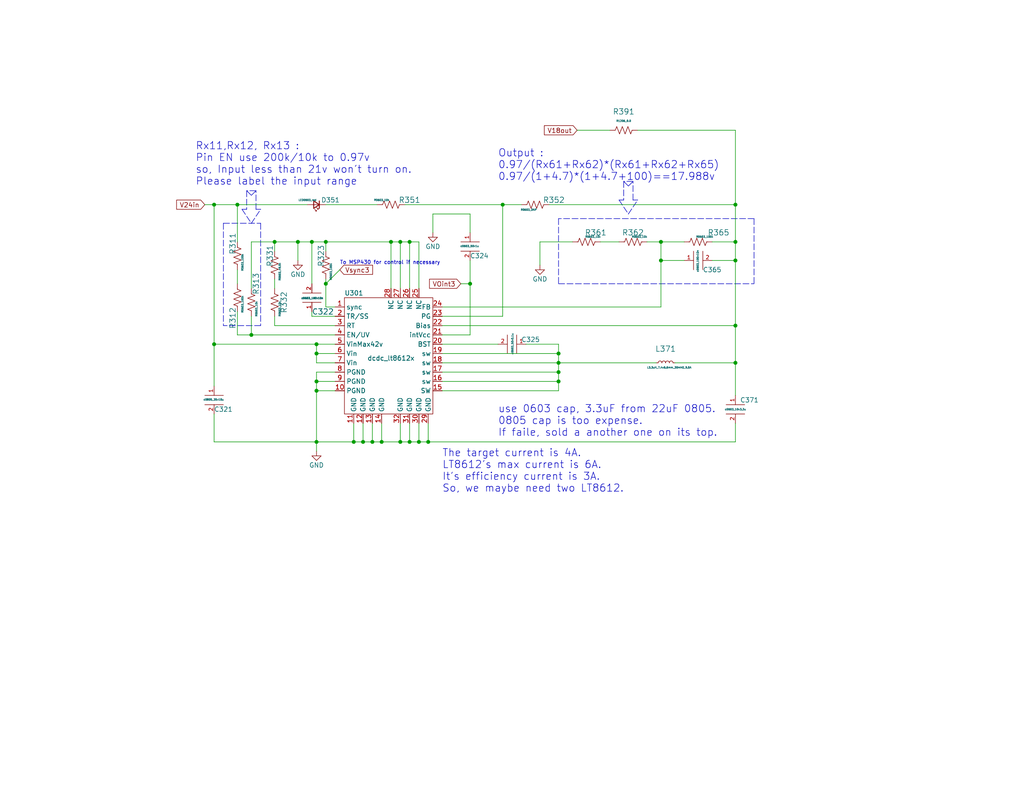
<source format=kicad_sch>
(kicad_sch (version 20211123) (generator eeschema)

  (uuid 5fcbb5c5-ef0d-4d9d-b94c-062796619b75)

  (paper "USLetter")

  (lib_symbols
    (symbol "1001_un:L3.3uH_7.4x6.6mm_30mhO_9.5A" (pin_numbers hide) (pin_names (offset 0.254) hide) (in_bom yes) (on_board yes)
      (property "Reference" "L" (id 0) (at -1.27 1.27 0)
        (effects (font (size 1.5 1.5)) (justify left))
      )
      (property "Value" "L3.3uH_7.4x6.6mm_30mhO_9.5A" (id 1) (at -5.08 -1.27 0)
        (effects (font (size 0.5 0.5)) (justify left))
      )
      (property "Footprint" "02_dyn_pcblib:L7.1x6.6mm" (id 2) (at -1.27 10.16 0)
        (effects (font (size 1.27 1.27)) hide)
      )
      (property "Datasheet" "~" (id 3) (at 0 0 90)
        (effects (font (size 1.27 1.27)) hide)
      )
      (property "PartNum" "ECS-MPIL0630-3R3MC" (id 4) (at 0 15.24 0)
        (effects (font (size 1.27 1.27)) hide)
      )
      (property "PartDesc" "3.3 µH Shielded Molded Inductor 9.5 A 22mOhm Max Nonstandard" (id 5) (at 3.81 12.7 0)
        (effects (font (size 1.27 1.27)) hide)
      )
      (property "ki_keywords" "inductor choke coil reactor magnetic" (id 6) (at 0 0 0)
        (effects (font (size 1.27 1.27)) hide)
      )
      (property "ki_description" "Inductor, small symbol" (id 7) (at 0 0 0)
        (effects (font (size 1.27 1.27)) hide)
      )
      (property "ki_fp_filters" "Choke_* *Coil* Inductor_* L_*" (id 8) (at 0 0 0)
        (effects (font (size 1.27 1.27)) hide)
      )
      (symbol "L3.3uH_7.4x6.6mm_30mhO_9.5A_0_1"
        (arc (start -1.016 0) (mid -1.524 0.508) (end -2.032 0)
          (stroke (width 0) (type default) (color 0 0 0 0))
          (fill (type none))
        )
        (arc (start 0 0) (mid -0.508 0.508) (end -1.016 0)
          (stroke (width 0) (type default) (color 0 0 0 0))
          (fill (type none))
        )
        (arc (start 1.016 0) (mid 0.508 0.508) (end 0 0)
          (stroke (width 0) (type default) (color 0 0 0 0))
          (fill (type none))
        )
        (arc (start 2.032 0) (mid 1.524 0.508) (end 1.016 0)
          (stroke (width 0) (type default) (color 0 0 0 0))
          (fill (type none))
        )
      )
      (symbol "L3.3uH_7.4x6.6mm_30mhO_9.5A_1_1"
        (pin passive line (at -2.54 0 0) (length 0.508)
          (name "~" (effects (font (size 1.27 1.27))))
          (number "1" (effects (font (size 1.27 1.27))))
        )
        (pin passive line (at 2.54 0 180) (length 0.508)
          (name "~" (effects (font (size 1.27 1.27))))
          (number "2" (effects (font (size 1.27 1.27))))
        )
      )
    )
    (symbol "1001_un:LED0603_red" (pin_numbers hide) (pin_names (offset 0.254) hide) (in_bom yes) (on_board yes)
      (property "Reference" "D" (id 0) (at -1.27 3.175 0)
        (effects (font (size 1.27 1.27)) (justify left))
      )
      (property "Value" "LED0603_red" (id 1) (at -2.54 -1.27 0)
        (effects (font (size 0.5 0.5)) (justify left))
      )
      (property "Footprint" "02_dyn_pcblib:LED0603" (id 2) (at 0 8.89 0)
        (effects (font (size 1.27 1.27)) hide)
      )
      (property "Datasheet" "~" (id 3) (at 0 0 90)
        (effects (font (size 1.27 1.27)) hide)
      )
      (property "PartNum" "LTST-C190KRKT" (id 4) (at -1.27 15.24 0)
        (effects (font (size 1.27 1.27)) hide)
      )
      (property "PartDesc" "Red 631nm LED Indication - Discrete 2V 0603 (1608 Metric)" (id 5) (at 0 12.7 0)
        (effects (font (size 1.27 1.27)) hide)
      )
      (property "ki_keywords" "LED diode light-emitting-diode" (id 6) (at 0 0 0)
        (effects (font (size 1.27 1.27)) hide)
      )
      (property "ki_description" "Light emitting diode, small symbol" (id 7) (at 0 0 0)
        (effects (font (size 1.27 1.27)) hide)
      )
      (property "ki_fp_filters" "LED* LED_SMD:* LED_THT:*" (id 8) (at 0 0 0)
        (effects (font (size 1.27 1.27)) hide)
      )
      (symbol "LED0603_red_0_1"
        (polyline
          (pts
            (xy -0.762 -1.016)
            (xy -0.762 1.016)
          )
          (stroke (width 0.254) (type default) (color 0 0 0 0))
          (fill (type none))
        )
        (polyline
          (pts
            (xy 1.016 0)
            (xy -0.762 0)
          )
          (stroke (width 0) (type default) (color 0 0 0 0))
          (fill (type none))
        )
        (polyline
          (pts
            (xy 0.762 -1.016)
            (xy -0.762 0)
            (xy 0.762 1.016)
            (xy 0.762 -1.016)
          )
          (stroke (width 0.254) (type default) (color 0 0 0 0))
          (fill (type none))
        )
        (polyline
          (pts
            (xy 0 0.762)
            (xy -0.508 1.27)
            (xy -0.254 1.27)
            (xy -0.508 1.27)
            (xy -0.508 1.016)
          )
          (stroke (width 0) (type default) (color 0 0 0 0))
          (fill (type none))
        )
        (polyline
          (pts
            (xy 0.508 1.27)
            (xy 0 1.778)
            (xy 0.254 1.778)
            (xy 0 1.778)
            (xy 0 1.524)
          )
          (stroke (width 0) (type default) (color 0 0 0 0))
          (fill (type none))
        )
      )
      (symbol "LED0603_red_1_1"
        (pin passive line (at -2.54 0 0) (length 1.778)
          (name "K" (effects (font (size 1.27 1.27))))
          (number "1" (effects (font (size 1.27 1.27))))
        )
        (pin passive line (at 2.54 0 180) (length 1.778)
          (name "A" (effects (font (size 1.27 1.27))))
          (number "2" (effects (font (size 1.27 1.27))))
        )
      )
    )
    (symbol "1001_un:R0603_100k" (pin_numbers hide) (pin_names (offset 0)) (in_bom yes) (on_board yes)
      (property "Reference" "R" (id 0) (at 1.905 -1.397 0)
        (effects (font (size 1.5 1.5)))
      )
      (property "Value" "R0603_100k" (id 1) (at -1.778 -1.397 0)
        (effects (font (size 0.5 0.5)))
      )
      (property "Footprint" "Resistor_SMD:R_0603_1608Metric" (id 2) (at 1.27 3.81 0)
        (effects (font (size 1.27 1.27)) hide)
      )
      (property "Datasheet" "~" (id 3) (at 0 0 90)
        (effects (font (size 1.27 1.27)) hide)
      )
      (property "PartNum" "ERA-3AED104V" (id 4) (at -0.127 1.905 0)
        (effects (font (size 1.27 1.27)) hide)
      )
      (property "ki_keywords" "R res resistor" (id 5) (at 0 0 0)
        (effects (font (size 1.27 1.27)) hide)
      )
      (property "ki_description" "Resistor, US symbol" (id 6) (at 0 0 0)
        (effects (font (size 1.27 1.27)) hide)
      )
      (property "ki_fp_filters" "R_*" (id 7) (at 0 0 0)
        (effects (font (size 1.27 1.27)) hide)
      )
      (symbol "R0603_100k_0_1"
        (polyline
          (pts
            (xy -2.286 0)
            (xy -2.54 0)
          )
          (stroke (width 0) (type default) (color 0 0 0 0))
          (fill (type none))
        )
        (polyline
          (pts
            (xy 2.286 0)
            (xy 2.54 0)
          )
          (stroke (width 0) (type default) (color 0 0 0 0))
          (fill (type none))
        )
        (polyline
          (pts
            (xy -2.286 0)
            (xy -1.905 1.016)
            (xy -1.524 0)
            (xy -1.143 -1.016)
            (xy -0.762 0)
          )
          (stroke (width 0) (type default) (color 0 0 0 0))
          (fill (type none))
        )
        (polyline
          (pts
            (xy -0.762 0)
            (xy -0.381 1.016)
            (xy 0 0)
            (xy 0.381 -1.016)
            (xy 0.762 0)
          )
          (stroke (width 0) (type default) (color 0 0 0 0))
          (fill (type none))
        )
        (polyline
          (pts
            (xy 0.762 0)
            (xy 1.143 1.016)
            (xy 1.524 0)
            (xy 1.905 -1.016)
            (xy 2.286 0)
          )
          (stroke (width 0) (type default) (color 0 0 0 0))
          (fill (type none))
        )
      )
      (symbol "R0603_100k_1_1"
        (pin passive line (at -3.81 0 0) (length 1.27)
          (name "~" (effects (font (size 1.27 1.27))))
          (number "1" (effects (font (size 1.27 1.27))))
        )
        (pin passive line (at 3.81 0 180) (length 1.27)
          (name "~" (effects (font (size 1.27 1.27))))
          (number "2" (effects (font (size 1.27 1.27))))
        )
      )
    )
    (symbol "1001_un:R0603_10k" (pin_numbers hide) (pin_names (offset 0)) (in_bom yes) (on_board yes)
      (property "Reference" "R" (id 0) (at 1.905 -1.397 0)
        (effects (font (size 1.5 1.5)))
      )
      (property "Value" "R0603_10k" (id 1) (at -1.778 -1.397 0)
        (effects (font (size 0.5 0.5)))
      )
      (property "Footprint" "Resistor_SMD:R_0603_1608Metric" (id 2) (at 1.27 3.81 0)
        (effects (font (size 1.27 1.27)) hide)
      )
      (property "Datasheet" "~" (id 3) (at 0 0 90)
        (effects (font (size 1.27 1.27)) hide)
      )
      (property "PartNum" "ERJ-PA3F1002V" (id 4) (at 0.127 1.905 0)
        (effects (font (size 1.27 1.27)) hide)
      )
      (property "ki_keywords" "R res resistor" (id 5) (at 0 0 0)
        (effects (font (size 1.27 1.27)) hide)
      )
      (property "ki_description" "Resistor, US symbol" (id 6) (at 0 0 0)
        (effects (font (size 1.27 1.27)) hide)
      )
      (property "ki_fp_filters" "R_*" (id 7) (at 0 0 0)
        (effects (font (size 1.27 1.27)) hide)
      )
      (symbol "R0603_10k_0_1"
        (polyline
          (pts
            (xy -2.286 0)
            (xy -2.54 0)
          )
          (stroke (width 0) (type default) (color 0 0 0 0))
          (fill (type none))
        )
        (polyline
          (pts
            (xy 2.286 0)
            (xy 2.54 0)
          )
          (stroke (width 0) (type default) (color 0 0 0 0))
          (fill (type none))
        )
        (polyline
          (pts
            (xy -2.286 0)
            (xy -1.905 1.016)
            (xy -1.524 0)
            (xy -1.143 -1.016)
            (xy -0.762 0)
          )
          (stroke (width 0) (type default) (color 0 0 0 0))
          (fill (type none))
        )
        (polyline
          (pts
            (xy -0.762 0)
            (xy -0.381 1.016)
            (xy 0 0)
            (xy 0.381 -1.016)
            (xy 0.762 0)
          )
          (stroke (width 0) (type default) (color 0 0 0 0))
          (fill (type none))
        )
        (polyline
          (pts
            (xy 0.762 0)
            (xy 1.143 1.016)
            (xy 1.524 0)
            (xy 1.905 -1.016)
            (xy 2.286 0)
          )
          (stroke (width 0) (type default) (color 0 0 0 0))
          (fill (type none))
        )
      )
      (symbol "R0603_10k_1_1"
        (pin passive line (at -3.81 0 0) (length 1.27)
          (name "~" (effects (font (size 1.27 1.27))))
          (number "1" (effects (font (size 1.27 1.27))))
        )
        (pin passive line (at 3.81 0 180) (length 1.27)
          (name "~" (effects (font (size 1.27 1.27))))
          (number "2" (effects (font (size 1.27 1.27))))
        )
      )
    )
    (symbol "1001_un:R0603_49.9k" (pin_numbers hide) (pin_names (offset 0)) (in_bom yes) (on_board yes)
      (property "Reference" "R" (id 0) (at 1.905 -1.397 0)
        (effects (font (size 1.5 1.5)))
      )
      (property "Value" "R0603_49.9k" (id 1) (at -1.778 -1.397 0)
        (effects (font (size 0.5 0.5)))
      )
      (property "Footprint" "Resistor_SMD:R_0603_1608Metric" (id 2) (at 1.27 3.81 0)
        (effects (font (size 1.27 1.27)) hide)
      )
      (property "Datasheet" "~" (id 3) (at 0 0 90)
        (effects (font (size 1.27 1.27)) hide)
      )
      (property "PartNum" "ERA-3AED4992V" (id 4) (at -0.127 1.778 0)
        (effects (font (size 1.27 1.27)) hide)
      )
      (property "ki_keywords" "R res resistor" (id 5) (at 0 0 0)
        (effects (font (size 1.27 1.27)) hide)
      )
      (property "ki_description" "Resistor, US symbol" (id 6) (at 0 0 0)
        (effects (font (size 1.27 1.27)) hide)
      )
      (property "ki_fp_filters" "R_*" (id 7) (at 0 0 0)
        (effects (font (size 1.27 1.27)) hide)
      )
      (symbol "R0603_49.9k_0_1"
        (polyline
          (pts
            (xy -2.286 0)
            (xy -2.54 0)
          )
          (stroke (width 0) (type default) (color 0 0 0 0))
          (fill (type none))
        )
        (polyline
          (pts
            (xy 2.286 0)
            (xy 2.54 0)
          )
          (stroke (width 0) (type default) (color 0 0 0 0))
          (fill (type none))
        )
        (polyline
          (pts
            (xy -2.286 0)
            (xy -1.905 1.016)
            (xy -1.524 0)
            (xy -1.143 -1.016)
            (xy -0.762 0)
          )
          (stroke (width 0) (type default) (color 0 0 0 0))
          (fill (type none))
        )
        (polyline
          (pts
            (xy -0.762 0)
            (xy -0.381 1.016)
            (xy 0 0)
            (xy 0.381 -1.016)
            (xy 0.762 0)
          )
          (stroke (width 0) (type default) (color 0 0 0 0))
          (fill (type none))
        )
        (polyline
          (pts
            (xy 0.762 0)
            (xy 1.143 1.016)
            (xy 1.524 0)
            (xy 1.905 -1.016)
            (xy 2.286 0)
          )
          (stroke (width 0) (type default) (color 0 0 0 0))
          (fill (type none))
        )
      )
      (symbol "R0603_49.9k_1_1"
        (pin passive line (at -3.81 0 0) (length 1.27)
          (name "~" (effects (font (size 1.27 1.27))))
          (number "1" (effects (font (size 1.27 1.27))))
        )
        (pin passive line (at 3.81 0 180) (length 1.27)
          (name "~" (effects (font (size 1.27 1.27))))
          (number "2" (effects (font (size 1.27 1.27))))
        )
      )
    )
    (symbol "1001_un:R0603_DNP" (pin_numbers hide) (pin_names (offset 0)) (in_bom yes) (on_board yes)
      (property "Reference" "R" (id 0) (at 1.905 -1.397 0)
        (effects (font (size 1.5 1.5)))
      )
      (property "Value" "R0603_DNP" (id 1) (at -1.778 -1.397 0)
        (effects (font (size 0.5 0.5)))
      )
      (property "Footprint" "Resistor_SMD:R_0603_1608Metric_Pad0.98x0.95mm_HandSolder" (id 2) (at 1.27 3.81 0)
        (effects (font (size 1.27 1.27)) hide)
      )
      (property "Datasheet" "~" (id 3) (at 0 0 90)
        (effects (font (size 1.27 1.27)) hide)
      )
      (property "PartNum" "R0603_DNP" (id 4) (at -0.127 1.905 0)
        (effects (font (size 1.27 1.27)) hide)
      )
      (property "Notice" "This DNP resistor use handly footprint, which is larger than the normal standard footprint" (id 5) (at -2.54 8.89 0)
        (effects (font (size 1.27 1.27)) hide)
      )
      (property "ki_keywords" "R res resistor" (id 6) (at 0 0 0)
        (effects (font (size 1.27 1.27)) hide)
      )
      (property "ki_description" "Resistor, US symbol" (id 7) (at 0 0 0)
        (effects (font (size 1.27 1.27)) hide)
      )
      (property "ki_fp_filters" "R_*" (id 8) (at 0 0 0)
        (effects (font (size 1.27 1.27)) hide)
      )
      (symbol "R0603_DNP_0_1"
        (polyline
          (pts
            (xy -2.286 0)
            (xy -2.54 0)
          )
          (stroke (width 0) (type default) (color 0 0 0 0))
          (fill (type none))
        )
        (polyline
          (pts
            (xy 2.286 0)
            (xy 2.54 0)
          )
          (stroke (width 0) (type default) (color 0 0 0 0))
          (fill (type none))
        )
        (polyline
          (pts
            (xy -2.286 0)
            (xy -1.905 1.016)
            (xy -1.524 0)
            (xy -1.143 -1.016)
            (xy -0.762 0)
          )
          (stroke (width 0) (type default) (color 0 0 0 0))
          (fill (type none))
        )
        (polyline
          (pts
            (xy -0.762 0)
            (xy -0.381 1.016)
            (xy 0 0)
            (xy 0.381 -1.016)
            (xy 0.762 0)
          )
          (stroke (width 0) (type default) (color 0 0 0 0))
          (fill (type none))
        )
        (polyline
          (pts
            (xy 0.762 0)
            (xy 1.143 1.016)
            (xy 1.524 0)
            (xy 1.905 -1.016)
            (xy 2.286 0)
          )
          (stroke (width 0) (type default) (color 0 0 0 0))
          (fill (type none))
        )
      )
      (symbol "R0603_DNP_1_1"
        (pin passive line (at -3.81 0 0) (length 1.27)
          (name "~" (effects (font (size 1.27 1.27))))
          (number "1" (effects (font (size 1.27 1.27))))
        )
        (pin passive line (at 3.81 0 180) (length 1.27)
          (name "~" (effects (font (size 1.27 1.27))))
          (number "2" (effects (font (size 1.27 1.27))))
        )
      )
    )
    (symbol "1001_un:R1206_0.0" (pin_numbers hide) (pin_names (offset 0)) (in_bom yes) (on_board yes)
      (property "Reference" "R" (id 0) (at 1.905 -1.397 0)
        (effects (font (size 1.5 1.5)))
      )
      (property "Value" "R1206_0.0" (id 1) (at -1.778 -1.397 0)
        (effects (font (size 0.5 0.5)))
      )
      (property "Footprint" "02_dyn_pcblib:R1206mix0603" (id 2) (at 0 11.43 0)
        (effects (font (size 1.27 1.27)) hide)
      )
      (property "Datasheet" "~" (id 3) (at 0 0 90)
        (effects (font (size 1.27 1.27)) hide)
      )
      (property "PartNum" "RC1206FR-070RL" (id 4) (at -0.127 1.905 0)
        (effects (font (size 1.27 1.27)) hide)
      )
      (property "PartDesc" "0 Ohms Jumper 0.25W, 1/4W Chip Resistor 1206 (3216 Metric) Moisture Resistant Thick Film" (id 5) (at -2.54 8.89 0)
        (effects (font (size 1.27 1.27)) hide)
      )
      (property "ki_keywords" "R res resistor" (id 6) (at 0 0 0)
        (effects (font (size 1.27 1.27)) hide)
      )
      (property "ki_description" "Resistor, US symbol" (id 7) (at 0 0 0)
        (effects (font (size 1.27 1.27)) hide)
      )
      (property "ki_fp_filters" "R_*" (id 8) (at 0 0 0)
        (effects (font (size 1.27 1.27)) hide)
      )
      (symbol "R1206_0.0_0_1"
        (polyline
          (pts
            (xy -2.286 0)
            (xy -2.54 0)
          )
          (stroke (width 0) (type default) (color 0 0 0 0))
          (fill (type none))
        )
        (polyline
          (pts
            (xy 2.286 0)
            (xy 2.54 0)
          )
          (stroke (width 0) (type default) (color 0 0 0 0))
          (fill (type none))
        )
        (polyline
          (pts
            (xy -2.286 0)
            (xy -1.905 1.016)
            (xy -1.524 0)
            (xy -1.143 -1.016)
            (xy -0.762 0)
          )
          (stroke (width 0) (type default) (color 0 0 0 0))
          (fill (type none))
        )
        (polyline
          (pts
            (xy -0.762 0)
            (xy -0.381 1.016)
            (xy 0 0)
            (xy 0.381 -1.016)
            (xy 0.762 0)
          )
          (stroke (width 0) (type default) (color 0 0 0 0))
          (fill (type none))
        )
        (polyline
          (pts
            (xy 0.762 0)
            (xy 1.143 1.016)
            (xy 1.524 0)
            (xy 1.905 -1.016)
            (xy 2.286 0)
          )
          (stroke (width 0) (type default) (color 0 0 0 0))
          (fill (type none))
        )
      )
      (symbol "R1206_0.0_1_1"
        (pin passive line (at -3.81 0 0) (length 1.27)
          (name "~" (effects (font (size 1.27 1.27))))
          (number "1" (effects (font (size 1.27 1.27))))
        )
        (pin passive line (at 3.81 0 180) (length 1.27)
          (name "~" (effects (font (size 1.27 1.27))))
          (number "2" (effects (font (size 1.27 1.27))))
        )
      )
    )
    (symbol "1001_un:c0603_100v10n" (pin_names (offset 0.254)) (in_bom yes) (on_board yes)
      (property "Reference" "C" (id 0) (at 1.27 -2.54 0)
        (effects (font (size 1.5 1.5)))
      )
      (property "Value" "c0603_100v10n" (id 1) (at 0.127 -0.127 0)
        (effects (font (size 0.5 0.5)))
      )
      (property "Footprint" "Capacitor_SMD:C_0603_1608Metric" (id 2) (at 0.889 12.827 0)
        (effects (font (size 1.27 1.27)) hide)
      )
      (property "Datasheet" "~" (id 3) (at -0.0635 -0.0635 0)
        (effects (font (size 1.27 1.27)) hide)
      )
      (property "PartNum" "C1608X7R2A103M080AA" (id 4) (at -0.508 15.494 0)
        (effects (font (size 1.27 1.27)) hide)
      )
      (property "PartDesc" "10000 pF ±20% 100V Ceramic Capacitor X7R 0603 (1608 Metric)" (id 5) (at -3.81 19.05 0)
        (effects (font (size 1.27 1.27)) hide)
      )
      (property "ki_keywords" "simulation" (id 6) (at 0 0 0)
        (effects (font (size 1.27 1.27)) hide)
      )
      (property "ki_description" "Capacitor symbol for simulation only" (id 7) (at 0 0 0)
        (effects (font (size 1.27 1.27)) hide)
      )
      (symbol "c0603_100v10n_0_1"
        (polyline
          (pts
            (xy 2.54 -1.27)
            (xy -2.54 -1.27)
          )
          (stroke (width 0) (type default) (color 0 0 0 0))
          (fill (type none))
        )
        (polyline
          (pts
            (xy 2.54 1.27)
            (xy -2.54 1.27)
          )
          (stroke (width 0) (type default) (color 0 0 0 0))
          (fill (type none))
        )
      )
      (symbol "c0603_100v10n_1_1"
        (pin passive line (at 0 -3.81 90) (length 2.54)
          (name "~" (effects (font (size 1.016 1.016))))
          (number "1" (effects (font (size 1.016 1.016))))
        )
        (pin passive line (at 0 3.81 270) (length 2.54)
          (name "~" (effects (font (size 1.016 1.016))))
          (number "2" (effects (font (size 1.016 1.016))))
        )
      )
    )
    (symbol "1001_un:c0603_10v3.3u" (pin_names (offset 0.254)) (in_bom yes) (on_board yes)
      (property "Reference" "C" (id 0) (at 1.27 -2.54 0)
        (effects (font (size 1.5 1.5)))
      )
      (property "Value" "c0603_10v3.3u" (id 1) (at 0 0 0)
        (effects (font (size 0.5 0.5)))
      )
      (property "Footprint" "Capacitor_SMD:C_0603_1608Metric" (id 2) (at 0.889 12.827 0)
        (effects (font (size 1.27 1.27)) hide)
      )
      (property "Datasheet" "~" (id 3) (at -0.0635 -0.0635 0)
        (effects (font (size 1.27 1.27)) hide)
      )
      (property "PartNum" "C1608X7S1A335K080AC" (id 4) (at -0.508 15.494 0)
        (effects (font (size 1.27 1.27)) hide)
      )
      (property "ki_keywords" "simulation" (id 5) (at 0 0 0)
        (effects (font (size 1.27 1.27)) hide)
      )
      (property "ki_description" "Capacitor symbol for simulation only" (id 6) (at 0 0 0)
        (effects (font (size 1.27 1.27)) hide)
      )
      (symbol "c0603_10v3.3u_0_1"
        (polyline
          (pts
            (xy 2.54 -1.27)
            (xy -2.54 -1.27)
          )
          (stroke (width 0) (type default) (color 0 0 0 0))
          (fill (type none))
        )
        (polyline
          (pts
            (xy 2.54 1.27)
            (xy -2.54 1.27)
          )
          (stroke (width 0) (type default) (color 0 0 0 0))
          (fill (type none))
        )
      )
      (symbol "c0603_10v3.3u_1_1"
        (pin passive line (at 0 -3.81 90) (length 2.54)
          (name "~" (effects (font (size 1.016 1.016))))
          (number "1" (effects (font (size 1.016 1.016))))
        )
        (pin passive line (at 0 3.81 270) (length 2.54)
          (name "~" (effects (font (size 1.016 1.016))))
          (number "2" (effects (font (size 1.016 1.016))))
        )
      )
    )
    (symbol "1001_un:c0603_50v0.1u" (pin_names (offset 0.254)) (in_bom yes) (on_board yes)
      (property "Reference" "C" (id 0) (at 1.27 -2.54 0)
        (effects (font (size 1.5 1.5)))
      )
      (property "Value" "c0603_50v0.1u" (id 1) (at 0.127 -0.127 0)
        (effects (font (size 0.5 0.5)))
      )
      (property "Footprint" "Capacitor_SMD:C_0603_1608Metric" (id 2) (at 0.889 12.827 0)
        (effects (font (size 1.27 1.27)) hide)
      )
      (property "Datasheet" "~" (id 3) (at -0.0635 -0.0635 0)
        (effects (font (size 1.27 1.27)) hide)
      )
      (property "PartNum" "CGA3E2X7R1H104M080AA" (id 4) (at -0.508 15.494 0)
        (effects (font (size 1.27 1.27)) hide)
      )
      (property "ki_keywords" "simulation" (id 5) (at 0 0 0)
        (effects (font (size 1.27 1.27)) hide)
      )
      (property "ki_description" "Capacitor symbol for simulation only" (id 6) (at 0 0 0)
        (effects (font (size 1.27 1.27)) hide)
      )
      (symbol "c0603_50v0.1u_0_1"
        (polyline
          (pts
            (xy 2.54 -1.27)
            (xy -2.54 -1.27)
          )
          (stroke (width 0) (type default) (color 0 0 0 0))
          (fill (type none))
        )
        (polyline
          (pts
            (xy 2.54 1.27)
            (xy -2.54 1.27)
          )
          (stroke (width 0) (type default) (color 0 0 0 0))
          (fill (type none))
        )
      )
      (symbol "c0603_50v0.1u_1_1"
        (pin passive line (at 0 -3.81 90) (length 2.54)
          (name "~" (effects (font (size 1.016 1.016))))
          (number "1" (effects (font (size 1.016 1.016))))
        )
        (pin passive line (at 0 3.81 270) (length 2.54)
          (name "~" (effects (font (size 1.016 1.016))))
          (number "2" (effects (font (size 1.016 1.016))))
        )
      )
    )
    (symbol "1001_un:c0603_50v1u" (pin_names (offset 0.254)) (in_bom yes) (on_board yes)
      (property "Reference" "C" (id 0) (at 1.27 -2.54 0)
        (effects (font (size 1.5 1.5)))
      )
      (property "Value" "c0603_50v1u" (id 1) (at 0.127 -0.127 0)
        (effects (font (size 0.5 0.5)))
      )
      (property "Footprint" "Capacitor_SMD:C_0603_1608Metric" (id 2) (at 0.889 12.827 0)
        (effects (font (size 1.27 1.27)) hide)
      )
      (property "Datasheet" "~" (id 3) (at -0.0635 -0.0635 0)
        (effects (font (size 1.27 1.27)) hide)
      )
      (property "PartNum" "C1608X5R1H105K080AB" (id 4) (at -0.508 15.494 0)
        (effects (font (size 1.27 1.27)) hide)
      )
      (property "ki_keywords" "simulation" (id 5) (at 0 0 0)
        (effects (font (size 1.27 1.27)) hide)
      )
      (property "ki_description" "Capacitor symbol for simulation only" (id 6) (at 0 0 0)
        (effects (font (size 1.27 1.27)) hide)
      )
      (symbol "c0603_50v1u_0_1"
        (polyline
          (pts
            (xy 2.54 -1.27)
            (xy -2.54 -1.27)
          )
          (stroke (width 0) (type default) (color 0 0 0 0))
          (fill (type none))
        )
        (polyline
          (pts
            (xy 2.54 1.27)
            (xy -2.54 1.27)
          )
          (stroke (width 0) (type default) (color 0 0 0 0))
          (fill (type none))
        )
      )
      (symbol "c0603_50v1u_1_1"
        (pin passive line (at 0 -3.81 90) (length 2.54)
          (name "~" (effects (font (size 1.016 1.016))))
          (number "1" (effects (font (size 1.016 1.016))))
        )
        (pin passive line (at 0 3.81 270) (length 2.54)
          (name "~" (effects (font (size 1.016 1.016))))
          (number "2" (effects (font (size 1.016 1.016))))
        )
      )
    )
    (symbol "1001_un:c0805_35v10u" (pin_names (offset 0.254)) (in_bom yes) (on_board yes)
      (property "Reference" "C" (id 0) (at 1.27 -2.54 0)
        (effects (font (size 1.5 1.5)))
      )
      (property "Value" "c0805_35v10u" (id 1) (at 0.127 -0.127 0)
        (effects (font (size 0.5 0.5)))
      )
      (property "Footprint" "02_dyn_pcblib:C0805mix0603" (id 2) (at 0.889 12.827 0)
        (effects (font (size 1.27 1.27)) hide)
      )
      (property "Datasheet" "~" (id 3) (at -0.0635 -0.0635 0)
        (effects (font (size 1.27 1.27)) hide)
      )
      (property "PartNum" "C2012X5R1V106M085AC" (id 4) (at -0.508 15.494 0)
        (effects (font (size 1.27 1.27)) hide)
      )
      (property "ki_keywords" "simulation" (id 5) (at 0 0 0)
        (effects (font (size 1.27 1.27)) hide)
      )
      (property "ki_description" "Capacitor symbol for simulation only" (id 6) (at 0 0 0)
        (effects (font (size 1.27 1.27)) hide)
      )
      (symbol "c0805_35v10u_0_1"
        (polyline
          (pts
            (xy 2.54 -1.27)
            (xy -2.54 -1.27)
          )
          (stroke (width 0) (type default) (color 0 0 0 0))
          (fill (type none))
        )
        (polyline
          (pts
            (xy 2.54 1.27)
            (xy -2.54 1.27)
          )
          (stroke (width 0) (type default) (color 0 0 0 0))
          (fill (type none))
        )
      )
      (symbol "c0805_35v10u_1_1"
        (pin passive line (at 0 -3.81 90) (length 2.54)
          (name "~" (effects (font (size 1.016 1.016))))
          (number "1" (effects (font (size 1.016 1.016))))
        )
        (pin passive line (at 0 3.81 270) (length 2.54)
          (name "~" (effects (font (size 1.016 1.016))))
          (number "2" (effects (font (size 1.016 1.016))))
        )
      )
    )
    (symbol "1001_un:dcdc_lt8612x" (in_bom yes) (on_board yes)
      (property "Reference" "U" (id 0) (at -7.62 3.81 0)
        (effects (font (size 1.27 1.27)))
      )
      (property "Value" "dcdc_lt8612x" (id 1) (at 3.81 -13.97 0)
        (effects (font (size 1.27 1.27)))
      )
      (property "Footprint" "02_dyn_pcblib:QFN-28-1EP_3x6mm_P0.5mm_EP1.7x4.75mmX" (id 2) (at 6.35 27.94 0)
        (effects (font (size 1.27 1.27)) hide)
      )
      (property "Datasheet" "" (id 3) (at -11.43 0 0)
        (effects (font (size 1.27 1.27)) hide)
      )
      (property "source" "digikey" (id 4) (at -20.32 15.24 0)
        (effects (font (size 1.27 1.27)) hide)
      )
      (property "PartNum" "505-LT8612EUDE#PBF-ND" (id 5) (at -10.16 17.78 0)
        (effects (font (size 1.27 1.27)) hide)
      )
      (property "PartDesc" "IC REG BUCK ADJUSTABLE 6A 28QFN" (id 6) (at -5.08 20.32 0)
        (effects (font (size 1.27 1.27)) hide)
      )
      (property "Mfg" "Analog Devices Inc." (id 7) (at -13.97 22.86 0)
        (effects (font (size 1.27 1.27)) hide)
      )
      (property "MfgNum" "LT8612EUDE#PBF" (id 8) (at -15.24 25.4 0)
        (effects (font (size 1.27 1.27)) hide)
      )
      (symbol "dcdc_lt8612x_0_0"
        (pin input line (at -11.43 0 0) (length 2.54)
          (name "sync" (effects (font (size 1.27 1.27))))
          (number "1" (effects (font (size 1.27 1.27))))
        )
        (pin power_out line (at -11.43 -22.86 0) (length 2.54)
          (name "PGND" (effects (font (size 1.27 1.27))))
          (number "10" (effects (font (size 1.27 1.27))))
        )
        (pin power_out line (at -6.35 -31.75 90) (length 2.54)
          (name "GND" (effects (font (size 1.27 1.27))))
          (number "11" (effects (font (size 1.27 1.27))))
        )
        (pin power_out line (at -3.81 -31.75 90) (length 2.54)
          (name "GND" (effects (font (size 1.27 1.27))))
          (number "12" (effects (font (size 1.27 1.27))))
        )
        (pin power_out line (at -1.27 -31.75 90) (length 2.54)
          (name "GND" (effects (font (size 1.27 1.27))))
          (number "13" (effects (font (size 1.27 1.27))))
        )
        (pin power_out line (at 1.27 -31.75 90) (length 2.54)
          (name "GND" (effects (font (size 1.27 1.27))))
          (number "14" (effects (font (size 1.27 1.27))))
        )
        (pin power_out line (at 17.78 -22.86 180) (length 2.54)
          (name "SW" (effects (font (size 1.27 1.27))))
          (number "15" (effects (font (size 1.27 1.27))))
        )
        (pin power_out line (at 17.78 -20.32 180) (length 2.54)
          (name "sw" (effects (font (size 1.27 1.27))))
          (number "16" (effects (font (size 1.27 1.27))))
        )
        (pin power_out line (at 17.78 -17.78 180) (length 2.54)
          (name "sw" (effects (font (size 1.27 1.27))))
          (number "17" (effects (font (size 1.27 1.27))))
        )
        (pin power_out line (at 17.78 -15.24 180) (length 2.54)
          (name "sw" (effects (font (size 1.27 1.27))))
          (number "18" (effects (font (size 1.27 1.27))))
        )
        (pin power_out line (at 17.78 -12.7 180) (length 2.54)
          (name "sw" (effects (font (size 1.27 1.27))))
          (number "19" (effects (font (size 1.27 1.27))))
        )
        (pin input line (at -11.43 -2.54 0) (length 2.54)
          (name "TR/SS" (effects (font (size 1.27 1.27))))
          (number "2" (effects (font (size 1.27 1.27))))
        )
        (pin power_out line (at 17.78 -10.16 180) (length 2.54)
          (name "BST" (effects (font (size 1.27 1.27))))
          (number "20" (effects (font (size 1.27 1.27))))
        )
        (pin power_out line (at 17.78 -7.62 180) (length 2.54)
          (name "intVcc" (effects (font (size 1.27 1.27))))
          (number "21" (effects (font (size 1.27 1.27))))
        )
        (pin input line (at 17.78 -5.08 180) (length 2.54)
          (name "Bias" (effects (font (size 1.27 1.27))))
          (number "22" (effects (font (size 1.27 1.27))))
        )
        (pin open_collector line (at 17.78 -2.54 180) (length 2.54)
          (name "PG" (effects (font (size 1.27 1.27))))
          (number "23" (effects (font (size 1.27 1.27))))
        )
        (pin input line (at 17.78 0 180) (length 2.54)
          (name "FB" (effects (font (size 1.27 1.27))))
          (number "24" (effects (font (size 1.27 1.27))))
        )
        (pin power_out line (at 11.43 5.08 270) (length 2.54)
          (name "NC" (effects (font (size 1.27 1.27))))
          (number "25" (effects (font (size 1.27 1.27))))
        )
        (pin power_out line (at 8.89 5.08 270) (length 2.54)
          (name "NC" (effects (font (size 1.27 1.27))))
          (number "26" (effects (font (size 1.27 1.27))))
        )
        (pin power_out line (at 6.35 5.08 270) (length 2.54)
          (name "NC" (effects (font (size 1.27 1.27))))
          (number "27" (effects (font (size 1.27 1.27))))
        )
        (pin power_out line (at 3.81 5.08 270) (length 2.54)
          (name "NC" (effects (font (size 1.27 1.27))))
          (number "28" (effects (font (size 1.27 1.27))))
        )
        (pin power_out line (at 13.97 -31.75 90) (length 2.54)
          (name "GND" (effects (font (size 1.27 1.27))))
          (number "29" (effects (font (size 1.27 1.27))))
        )
        (pin input line (at -11.43 -5.08 0) (length 2.54)
          (name "RT" (effects (font (size 1.27 1.27))))
          (number "3" (effects (font (size 1.27 1.27))))
        )
        (pin power_out line (at 11.43 -31.75 90) (length 2.54)
          (name "GND" (effects (font (size 1.27 1.27))))
          (number "30" (effects (font (size 1.27 1.27))))
        )
        (pin power_out line (at 8.89 -31.75 90) (length 2.54)
          (name "GND" (effects (font (size 1.27 1.27))))
          (number "31" (effects (font (size 1.27 1.27))))
        )
        (pin power_out line (at 6.35 -31.75 90) (length 2.54)
          (name "GND" (effects (font (size 1.27 1.27))))
          (number "32" (effects (font (size 1.27 1.27))))
        )
        (pin input line (at -11.43 -7.62 0) (length 2.54)
          (name "EN/UV" (effects (font (size 1.27 1.27))))
          (number "4" (effects (font (size 1.27 1.27))))
        )
        (pin power_in line (at -11.43 -10.16 0) (length 2.54)
          (name "VinMax42v" (effects (font (size 1.27 1.27))))
          (number "5" (effects (font (size 1.27 1.27))))
        )
        (pin power_in line (at -11.43 -12.7 0) (length 2.54)
          (name "Vin" (effects (font (size 1.27 1.27))))
          (number "6" (effects (font (size 1.27 1.27))))
        )
        (pin power_in line (at -11.43 -15.24 0) (length 2.54)
          (name "Vin" (effects (font (size 1.27 1.27))))
          (number "7" (effects (font (size 1.27 1.27))))
        )
        (pin power_out line (at -11.43 -17.78 0) (length 2.54)
          (name "PGND" (effects (font (size 1.27 1.27))))
          (number "8" (effects (font (size 1.27 1.27))))
        )
        (pin power_out line (at -11.43 -20.32 0) (length 2.54)
          (name "PGND" (effects (font (size 1.27 1.27))))
          (number "9" (effects (font (size 1.27 1.27))))
        )
      )
      (symbol "dcdc_lt8612x_0_1"
        (rectangle (start -8.89 2.54) (end 15.24 -29.21)
          (stroke (width 0) (type default) (color 0 0 0 0))
          (fill (type none))
        )
      )
    )
    (symbol "power:GND" (power) (pin_names (offset 0)) (in_bom yes) (on_board yes)
      (property "Reference" "#PWR" (id 0) (at 0 -6.35 0)
        (effects (font (size 1.27 1.27)) hide)
      )
      (property "Value" "GND" (id 1) (at 0 -3.81 0)
        (effects (font (size 1.27 1.27)))
      )
      (property "Footprint" "" (id 2) (at 0 0 0)
        (effects (font (size 1.27 1.27)) hide)
      )
      (property "Datasheet" "" (id 3) (at 0 0 0)
        (effects (font (size 1.27 1.27)) hide)
      )
      (property "ki_keywords" "power-flag" (id 4) (at 0 0 0)
        (effects (font (size 1.27 1.27)) hide)
      )
      (property "ki_description" "Power symbol creates a global label with name \"GND\" , ground" (id 5) (at 0 0 0)
        (effects (font (size 1.27 1.27)) hide)
      )
      (symbol "GND_0_1"
        (polyline
          (pts
            (xy 0 0)
            (xy 0 -1.27)
            (xy 1.27 -1.27)
            (xy 0 -2.54)
            (xy -1.27 -1.27)
            (xy 0 -1.27)
          )
          (stroke (width 0) (type default) (color 0 0 0 0))
          (fill (type none))
        )
      )
      (symbol "GND_1_1"
        (pin power_in line (at 0 0 270) (length 0) hide
          (name "GND" (effects (font (size 1.27 1.27))))
          (number "1" (effects (font (size 1.27 1.27))))
        )
      )
    )
  )

  (junction (at 86.36 96.52) (diameter 0) (color 0 0 0 0)
    (uuid 01de10b2-64a1-48c6-8802-369036e929cf)
  )
  (junction (at 74.93 66.04) (diameter 0) (color 0 0 0 0)
    (uuid 04f5ec83-3ce0-49c8-9249-301ccabd9e3d)
  )
  (junction (at 116.84 120.65) (diameter 0) (color 0 0 0 0)
    (uuid 0b0aa185-1b17-4887-afb9-78b0e5797c21)
  )
  (junction (at 152.4 96.52) (diameter 0) (color 0 0 0 0)
    (uuid 0b4d6814-e89b-47e4-b83d-5866f3e9a71d)
  )
  (junction (at 101.6 120.65) (diameter 0) (color 0 0 0 0)
    (uuid 0f59440d-c4e4-416a-8c61-231f99970f60)
  )
  (junction (at 88.9 66.04) (diameter 0) (color 0 0 0 0)
    (uuid 1c61efd4-eb65-4bc1-b7a4-b6a38ba13dfb)
  )
  (junction (at 104.14 120.65) (diameter 0) (color 0 0 0 0)
    (uuid 25fddd2a-1ba1-40bc-89d6-e2c7dff26172)
  )
  (junction (at 200.66 66.04) (diameter 0) (color 0 0 0 0)
    (uuid 312fa174-c364-4323-b493-6391142b8e3a)
  )
  (junction (at 111.76 120.65) (diameter 0) (color 0 0 0 0)
    (uuid 31878204-2a4d-473e-b05d-7d54f517fbe2)
  )
  (junction (at 86.36 104.14) (diameter 0) (color 0 0 0 0)
    (uuid 31df89e5-381c-44e4-aa88-6c8f97411500)
  )
  (junction (at 137.16 55.88) (diameter 0) (color 0 0 0 0)
    (uuid 3b20ee28-13c7-49e7-9ee3-aa41318de593)
  )
  (junction (at 200.66 88.9) (diameter 0) (color 0 0 0 0)
    (uuid 4345d125-0464-4e5e-aaff-46670ba52624)
  )
  (junction (at 58.42 93.98) (diameter 0) (color 0 0 0 0)
    (uuid 4aadb613-8d14-4552-ba1d-4ab1306bc149)
  )
  (junction (at 86.36 120.65) (diameter 0) (color 0 0 0 0)
    (uuid 5495b54c-4161-497b-b639-aa37a0d985f0)
  )
  (junction (at 152.4 101.6) (diameter 0) (color 0 0 0 0)
    (uuid 5c4c8e5e-a5c1-4f95-8e79-d6962efb5d00)
  )
  (junction (at 68.58 91.44) (diameter 0) (color 0 0 0 0)
    (uuid 65b13c04-48f1-4b3d-a908-218cdbe86ebc)
  )
  (junction (at 86.36 106.68) (diameter 0) (color 0 0 0 0)
    (uuid 6b87ada9-0c06-4632-ba05-1ffd0244619e)
  )
  (junction (at 111.76 66.04) (diameter 0) (color 0 0 0 0)
    (uuid 76d76d94-480f-4c64-9809-421e01d697cf)
  )
  (junction (at 180.34 66.04) (diameter 0) (color 0 0 0 0)
    (uuid 7e9c6536-53dc-4524-a21a-de47d8e4dba0)
  )
  (junction (at 64.77 55.88) (diameter 0) (color 0 0 0 0)
    (uuid a0ec4945-b0d1-451e-b864-1f427522c7f5)
  )
  (junction (at 200.66 99.06) (diameter 0) (color 0 0 0 0)
    (uuid a2801b09-49e4-4c48-902b-313d779d3bc8)
  )
  (junction (at 128.27 77.47) (diameter 0) (color 0 0 0 0)
    (uuid a4d01944-b6fb-4360-afe6-7023d10cf416)
  )
  (junction (at 200.66 55.88) (diameter 0) (color 0 0 0 0)
    (uuid a4f0023e-1dfd-4097-9695-36a4ae1463e3)
  )
  (junction (at 114.3 120.65) (diameter 0) (color 0 0 0 0)
    (uuid af5ab46d-f159-43f4-888a-0505fbce2f7f)
  )
  (junction (at 85.09 66.04) (diameter 0) (color 0 0 0 0)
    (uuid b1eb3319-aace-4377-a985-355399622b03)
  )
  (junction (at 109.22 120.65) (diameter 0) (color 0 0 0 0)
    (uuid b2cd0d77-ad17-4b35-a5f0-adaaa8eb44e2)
  )
  (junction (at 96.52 120.65) (diameter 0) (color 0 0 0 0)
    (uuid b6f62b9e-98cd-425c-98f2-a2ee1f5beae0)
  )
  (junction (at 86.36 93.98) (diameter 0) (color 0 0 0 0)
    (uuid c07aed18-ee81-445f-9708-9aa389ac94d9)
  )
  (junction (at 180.34 71.12) (diameter 0) (color 0 0 0 0)
    (uuid c288872f-f008-4876-a18b-438bc9ace596)
  )
  (junction (at 88.9 77.47) (diameter 0) (color 0 0 0 0)
    (uuid c2d9a29a-defa-43a2-b8e1-b099ce6ce757)
  )
  (junction (at 109.22 66.04) (diameter 0) (color 0 0 0 0)
    (uuid d554851f-7605-4e16-a2a3-4c587920ecd0)
  )
  (junction (at 152.4 104.14) (diameter 0) (color 0 0 0 0)
    (uuid d6ae7a48-b825-4e3d-8d56-e04f581068dd)
  )
  (junction (at 106.68 66.04) (diameter 0) (color 0 0 0 0)
    (uuid e0c5ab79-4324-4132-a143-16698ab7b0d9)
  )
  (junction (at 58.42 55.88) (diameter 0) (color 0 0 0 0)
    (uuid e4bd72b2-994f-4ff6-b862-775c0c136172)
  )
  (junction (at 81.28 66.04) (diameter 0) (color 0 0 0 0)
    (uuid e6725b59-6ffd-43ee-a14a-8e6c2a5d444d)
  )
  (junction (at 99.06 120.65) (diameter 0) (color 0 0 0 0)
    (uuid ee3d7c4a-a288-4568-8092-1db99a86f870)
  )
  (junction (at 152.4 99.06) (diameter 0) (color 0 0 0 0)
    (uuid f4237faa-3a65-4399-a5f9-1973f3c82f94)
  )
  (junction (at 200.66 71.12) (diameter 0) (color 0 0 0 0)
    (uuid fdad5a1f-41ef-43d8-8e82-9990ab1d37f8)
  )

  (wire (pts (xy 200.66 66.04) (xy 194.31 66.04))
    (stroke (width 0) (type default) (color 0 0 0 0))
    (uuid 016781de-d6cb-4894-bf7c-9dc1b56b9ba3)
  )
  (wire (pts (xy 91.44 99.06) (xy 86.36 99.06))
    (stroke (width 0) (type default) (color 0 0 0 0))
    (uuid 01d0749d-6ce7-4c22-85ac-e35e4994b992)
  )
  (wire (pts (xy 68.58 78.74) (xy 68.58 66.04))
    (stroke (width 0) (type default) (color 0 0 0 0))
    (uuid 021a8998-ba4b-463b-a64a-40eccd6edc31)
  )
  (wire (pts (xy 163.83 66.04) (xy 168.91 66.04))
    (stroke (width 0) (type default) (color 0 0 0 0))
    (uuid 0325ea7d-cb78-472b-9781-fffeabfd8201)
  )
  (wire (pts (xy 106.68 66.04) (xy 109.22 66.04))
    (stroke (width 0) (type default) (color 0 0 0 0))
    (uuid 03a2234f-28a1-4bd2-8be9-7925ac1c8ca8)
  )
  (wire (pts (xy 99.06 120.65) (xy 101.6 120.65))
    (stroke (width 0) (type default) (color 0 0 0 0))
    (uuid 096cfe7e-eb2b-4ac1-8075-d18954cebf83)
  )
  (wire (pts (xy 58.42 93.98) (xy 58.42 55.88))
    (stroke (width 0) (type default) (color 0 0 0 0))
    (uuid 0a840e03-65e9-4f92-a96f-58f83627b73e)
  )
  (wire (pts (xy 91.44 106.68) (xy 86.36 106.68))
    (stroke (width 0) (type default) (color 0 0 0 0))
    (uuid 0b2f340c-7024-4662-9699-68b7701955b7)
  )
  (wire (pts (xy 74.93 86.36) (xy 74.93 88.9))
    (stroke (width 0) (type default) (color 0 0 0 0))
    (uuid 0d9a0797-4104-4c16-b6e0-0bb8f430d2a8)
  )
  (wire (pts (xy 152.4 101.6) (xy 152.4 104.14))
    (stroke (width 0) (type default) (color 0 0 0 0))
    (uuid 13bac586-100f-4216-880d-af82c17db0b9)
  )
  (wire (pts (xy 55.88 55.88) (xy 58.42 55.88))
    (stroke (width 0) (type default) (color 0 0 0 0))
    (uuid 149d4fa3-df6d-461f-a0a4-bc71f758bf4e)
  )
  (wire (pts (xy 180.34 71.12) (xy 186.69 71.12))
    (stroke (width 0) (type default) (color 0 0 0 0))
    (uuid 157cc5da-dea4-41e8-a387-b05c3a5bf94b)
  )
  (wire (pts (xy 118.11 58.42) (xy 128.27 58.42))
    (stroke (width 0) (type default) (color 0 0 0 0))
    (uuid 199f12b7-cc0e-42d8-97bd-15687fe54ca0)
  )
  (wire (pts (xy 99.06 115.57) (xy 99.06 120.65))
    (stroke (width 0) (type default) (color 0 0 0 0))
    (uuid 19d6d7a0-3205-4ae0-ab46-9a038aad9f30)
  )
  (wire (pts (xy 120.65 93.98) (xy 135.89 93.98))
    (stroke (width 0) (type default) (color 0 0 0 0))
    (uuid 1a1bcbc5-5702-40dc-8605-34be8b2946eb)
  )
  (wire (pts (xy 64.77 55.88) (xy 64.77 66.04))
    (stroke (width 0) (type default) (color 0 0 0 0))
    (uuid 1cc46ad7-a478-47de-ade8-f5326ea90120)
  )
  (wire (pts (xy 64.77 73.66) (xy 64.77 77.47))
    (stroke (width 0) (type default) (color 0 0 0 0))
    (uuid 229ad12e-fa4c-4876-8f32-7bea56d8ceee)
  )
  (polyline (pts (xy 173.99 54.61) (xy 172.72 54.61))
    (stroke (width 0) (type default) (color 0 0 0 0))
    (uuid 2457f839-055e-4272-9d36-aa5684e80891)
  )
  (polyline (pts (xy 67.31 52.07) (xy 67.31 57.15))
    (stroke (width 0) (type default) (color 0 0 0 0))
    (uuid 28d848d1-aea2-49a1-a070-70443c6617e5)
  )

  (wire (pts (xy 58.42 113.03) (xy 58.42 120.65))
    (stroke (width 0) (type default) (color 0 0 0 0))
    (uuid 2933209f-05ab-411b-9c4e-c4a0246e496c)
  )
  (wire (pts (xy 173.99 35.56) (xy 200.66 35.56))
    (stroke (width 0) (type default) (color 0 0 0 0))
    (uuid 2a165f98-675d-40cf-8ea0-a68296270424)
  )
  (wire (pts (xy 147.32 66.04) (xy 147.32 72.39))
    (stroke (width 0) (type default) (color 0 0 0 0))
    (uuid 2e28a628-931f-480f-8064-bac0349670eb)
  )
  (polyline (pts (xy 152.4 77.47) (xy 205.74 77.47))
    (stroke (width 0) (type default) (color 0 0 0 0))
    (uuid 313c58c3-7009-4115-a2a3-5ec22f44f44a)
  )

  (wire (pts (xy 180.34 66.04) (xy 180.34 71.12))
    (stroke (width 0) (type default) (color 0 0 0 0))
    (uuid 3183ab72-b40c-4459-a4f3-61aacadb38eb)
  )
  (polyline (pts (xy 68.58 53.34) (xy 69.85 52.07))
    (stroke (width 0) (type default) (color 0 0 0 0))
    (uuid 33e47388-1a07-41a1-bfec-345d397ca245)
  )

  (wire (pts (xy 120.65 99.06) (xy 152.4 99.06))
    (stroke (width 0) (type default) (color 0 0 0 0))
    (uuid 35533c92-2eb3-4f16-9c30-9e2ff879b580)
  )
  (polyline (pts (xy 60.96 60.96) (xy 71.12 60.96))
    (stroke (width 0) (type default) (color 0 0 0 0))
    (uuid 373d0715-3619-4540-abd7-7423648c48b2)
  )

  (wire (pts (xy 85.09 85.09) (xy 85.09 86.36))
    (stroke (width 0) (type default) (color 0 0 0 0))
    (uuid 3a7b27d4-b473-4f25-9b15-19bdb6c9fdae)
  )
  (wire (pts (xy 128.27 58.42) (xy 128.27 63.5))
    (stroke (width 0) (type default) (color 0 0 0 0))
    (uuid 3c33fda6-7806-4ce2-9657-c1ea7e5eac01)
  )
  (polyline (pts (xy 67.31 52.07) (xy 68.58 53.34))
    (stroke (width 0) (type default) (color 0 0 0 0))
    (uuid 3d6c54e3-31bd-4fb2-b8b3-8ee5fdadabd2)
  )

  (wire (pts (xy 200.66 115.57) (xy 200.66 120.65))
    (stroke (width 0) (type default) (color 0 0 0 0))
    (uuid 3da740b1-ccff-4c4c-8377-782e13594773)
  )
  (wire (pts (xy 120.65 83.82) (xy 180.34 83.82))
    (stroke (width 0) (type default) (color 0 0 0 0))
    (uuid 4220e0b1-cffb-44a2-aaf6-43d5c9d7a9fd)
  )
  (wire (pts (xy 104.14 120.65) (xy 109.22 120.65))
    (stroke (width 0) (type default) (color 0 0 0 0))
    (uuid 445ad8fd-22d1-497d-a942-7b7ffb234415)
  )
  (wire (pts (xy 88.9 55.88) (xy 102.87 55.88))
    (stroke (width 0) (type default) (color 0 0 0 0))
    (uuid 47930bb0-9f87-4685-acc6-c2c2e63661c5)
  )
  (wire (pts (xy 200.66 35.56) (xy 200.66 55.88))
    (stroke (width 0) (type default) (color 0 0 0 0))
    (uuid 484b5d10-f6eb-4f05-8b62-cda5c900e545)
  )
  (wire (pts (xy 200.66 99.06) (xy 200.66 107.95))
    (stroke (width 0) (type default) (color 0 0 0 0))
    (uuid 4853e504-6a10-4807-82c7-e810e6bf94fe)
  )
  (polyline (pts (xy 60.96 60.96) (xy 60.96 88.9))
    (stroke (width 0) (type default) (color 0 0 0 0))
    (uuid 48aaa7a8-f17e-458b-bbdb-089b5aefc029)
  )
  (polyline (pts (xy 66.04 57.15) (xy 68.58 60.96))
    (stroke (width 0) (type default) (color 0 0 0 0))
    (uuid 4aa7f06d-d113-4d2f-9c04-0b0809dec3d2)
  )

  (wire (pts (xy 88.9 83.82) (xy 91.44 83.82))
    (stroke (width 0) (type default) (color 0 0 0 0))
    (uuid 4af5cff2-634b-4d3f-b5c3-544a082a69d2)
  )
  (wire (pts (xy 137.16 55.88) (xy 137.16 86.36))
    (stroke (width 0) (type default) (color 0 0 0 0))
    (uuid 4c3f5f3d-5ac2-4465-b6cc-dd9ffd1c1d47)
  )
  (polyline (pts (xy 71.12 57.15) (xy 69.85 57.15))
    (stroke (width 0) (type default) (color 0 0 0 0))
    (uuid 4c74cffe-2fa3-455b-8fcb-db136e28a411)
  )

  (wire (pts (xy 88.9 76.2) (xy 88.9 77.47))
    (stroke (width 0) (type default) (color 0 0 0 0))
    (uuid 4ef01484-9616-45b5-a619-1adb3bdd5986)
  )
  (wire (pts (xy 109.22 115.57) (xy 109.22 120.65))
    (stroke (width 0) (type default) (color 0 0 0 0))
    (uuid 4fdc316f-913f-4e1e-9f16-1cecd78c0374)
  )
  (wire (pts (xy 81.28 66.04) (xy 85.09 66.04))
    (stroke (width 0) (type default) (color 0 0 0 0))
    (uuid 5261f56b-879b-4fc6-9233-10c61f72a95d)
  )
  (wire (pts (xy 128.27 71.12) (xy 128.27 77.47))
    (stroke (width 0) (type default) (color 0 0 0 0))
    (uuid 569adfdf-f7b4-4926-94a0-05ff7e5d80a2)
  )
  (wire (pts (xy 152.4 99.06) (xy 152.4 101.6))
    (stroke (width 0) (type default) (color 0 0 0 0))
    (uuid 571ce539-1a12-44cd-99f0-768dbd3255d2)
  )
  (wire (pts (xy 96.52 120.65) (xy 99.06 120.65))
    (stroke (width 0) (type default) (color 0 0 0 0))
    (uuid 578a53d9-e8af-49ee-b4ac-4c4f464e7bb7)
  )
  (wire (pts (xy 125.73 77.47) (xy 128.27 77.47))
    (stroke (width 0) (type default) (color 0 0 0 0))
    (uuid 585c2b42-95d5-4c58-b4a7-c79128cd930e)
  )
  (wire (pts (xy 184.15 99.06) (xy 200.66 99.06))
    (stroke (width 0) (type default) (color 0 0 0 0))
    (uuid 5875f386-a636-4ebf-897c-cbbdaca0fcde)
  )
  (wire (pts (xy 149.86 55.88) (xy 200.66 55.88))
    (stroke (width 0) (type default) (color 0 0 0 0))
    (uuid 5a49a6b1-339a-4576-9e73-f623778144e2)
  )
  (wire (pts (xy 152.4 96.52) (xy 152.4 93.98))
    (stroke (width 0) (type default) (color 0 0 0 0))
    (uuid 5d1b6caa-ed0e-4af7-91f5-935cd295a854)
  )
  (wire (pts (xy 114.3 78.74) (xy 114.3 66.04))
    (stroke (width 0) (type default) (color 0 0 0 0))
    (uuid 5eb3aa6a-059c-49a3-b645-ff615f0dfc28)
  )
  (wire (pts (xy 120.65 106.68) (xy 152.4 106.68))
    (stroke (width 0) (type default) (color 0 0 0 0))
    (uuid 5f87e179-508b-43c1-bc0d-6a3c4c31ec1b)
  )
  (wire (pts (xy 114.3 115.57) (xy 114.3 120.65))
    (stroke (width 0) (type default) (color 0 0 0 0))
    (uuid 63878cee-507d-4b68-b5ab-21bfa6ec146f)
  )
  (wire (pts (xy 200.66 88.9) (xy 200.66 99.06))
    (stroke (width 0) (type default) (color 0 0 0 0))
    (uuid 6442f09a-4aec-44db-b8c0-ac99de2047f3)
  )
  (wire (pts (xy 137.16 86.36) (xy 120.65 86.36))
    (stroke (width 0) (type default) (color 0 0 0 0))
    (uuid 6564daeb-2a81-4641-8153-33e27ced5a91)
  )
  (polyline (pts (xy 170.18 49.53) (xy 171.45 50.8))
    (stroke (width 0) (type default) (color 0 0 0 0))
    (uuid 661b350a-2d06-4655-9e2d-3f5c6690d69d)
  )

  (wire (pts (xy 152.4 104.14) (xy 152.4 106.68))
    (stroke (width 0) (type default) (color 0 0 0 0))
    (uuid 684a53c7-1546-43bf-8225-9a600ff0c237)
  )
  (polyline (pts (xy 205.74 59.69) (xy 152.4 59.69))
    (stroke (width 0) (type default) (color 0 0 0 0))
    (uuid 758adc7a-bc06-4e0c-a7c6-0d78d4bec247)
  )

  (wire (pts (xy 110.49 55.88) (xy 137.16 55.88))
    (stroke (width 0) (type default) (color 0 0 0 0))
    (uuid 76288eb3-5d62-4191-bf5a-2620949ab589)
  )
  (wire (pts (xy 58.42 120.65) (xy 86.36 120.65))
    (stroke (width 0) (type default) (color 0 0 0 0))
    (uuid 78555759-c8ad-4c34-8b5b-28a4876fc381)
  )
  (polyline (pts (xy 170.18 49.53) (xy 170.18 54.61))
    (stroke (width 0) (type default) (color 0 0 0 0))
    (uuid 795d77e1-9620-44c7-93d9-479e7b53586c)
  )

  (wire (pts (xy 200.66 71.12) (xy 200.66 66.04))
    (stroke (width 0) (type default) (color 0 0 0 0))
    (uuid 7e2865fc-6917-476e-953e-a6394f40f448)
  )
  (polyline (pts (xy 171.45 58.42) (xy 173.99 54.61))
    (stroke (width 0) (type default) (color 0 0 0 0))
    (uuid 7e4d4015-df8c-4302-bbd2-11733e0ed427)
  )
  (polyline (pts (xy 152.4 59.69) (xy 152.4 77.47))
    (stroke (width 0) (type default) (color 0 0 0 0))
    (uuid 7f8854cc-2b27-404a-b541-eeeed321fdbc)
  )
  (polyline (pts (xy 71.12 88.9) (xy 60.96 88.9))
    (stroke (width 0) (type default) (color 0 0 0 0))
    (uuid 80899590-e6c7-4ea9-9a62-1f9f1fa371df)
  )
  (polyline (pts (xy 170.18 54.61) (xy 168.91 54.61))
    (stroke (width 0) (type default) (color 0 0 0 0))
    (uuid 8188d980-2a03-46ce-b103-6a73694cfe6d)
  )

  (wire (pts (xy 152.4 96.52) (xy 152.4 99.06))
    (stroke (width 0) (type default) (color 0 0 0 0))
    (uuid 82522bb2-b4c0-4590-acd0-14ec82e2e9f1)
  )
  (wire (pts (xy 120.65 104.14) (xy 152.4 104.14))
    (stroke (width 0) (type default) (color 0 0 0 0))
    (uuid 84050bee-8b1e-48d7-860c-6fbad4f34e4d)
  )
  (wire (pts (xy 91.44 93.98) (xy 86.36 93.98))
    (stroke (width 0) (type default) (color 0 0 0 0))
    (uuid 84b6c687-1180-4dc5-bb1f-9e9da1505044)
  )
  (wire (pts (xy 85.09 86.36) (xy 91.44 86.36))
    (stroke (width 0) (type default) (color 0 0 0 0))
    (uuid 858d318a-5870-4cce-8d7d-5950bf7971ab)
  )
  (wire (pts (xy 111.76 66.04) (xy 111.76 78.74))
    (stroke (width 0) (type default) (color 0 0 0 0))
    (uuid 8863c6ee-8649-4170-acb7-7ffe1d3cc632)
  )
  (wire (pts (xy 116.84 120.65) (xy 200.66 120.65))
    (stroke (width 0) (type default) (color 0 0 0 0))
    (uuid 89f256a2-5db8-4ddf-9e4d-26274c814df0)
  )
  (wire (pts (xy 86.36 120.65) (xy 86.36 123.19))
    (stroke (width 0) (type default) (color 0 0 0 0))
    (uuid 8d40e524-90cd-4934-bacc-b06384fea551)
  )
  (polyline (pts (xy 71.12 60.96) (xy 71.12 88.9))
    (stroke (width 0) (type default) (color 0 0 0 0))
    (uuid 8d916227-a218-4bc0-a863-520b9b1c3167)
  )

  (wire (pts (xy 101.6 115.57) (xy 101.6 120.65))
    (stroke (width 0) (type default) (color 0 0 0 0))
    (uuid 8eb78ee2-da80-43c5-9269-71083a4f8878)
  )
  (wire (pts (xy 86.36 106.68) (xy 86.36 104.14))
    (stroke (width 0) (type default) (color 0 0 0 0))
    (uuid 930d0bc8-8360-4b2f-8d2f-1da429dc2ec9)
  )
  (wire (pts (xy 86.36 99.06) (xy 86.36 96.52))
    (stroke (width 0) (type default) (color 0 0 0 0))
    (uuid 94f1c1b1-176a-4b23-a1d3-2a4588382fcc)
  )
  (wire (pts (xy 74.93 88.9) (xy 91.44 88.9))
    (stroke (width 0) (type default) (color 0 0 0 0))
    (uuid 9aba6c8d-c92e-47eb-b6eb-26d727ac2c55)
  )
  (wire (pts (xy 86.36 106.68) (xy 86.36 120.65))
    (stroke (width 0) (type default) (color 0 0 0 0))
    (uuid 9af8c75f-677d-4f4b-a543-c88de983e38a)
  )
  (wire (pts (xy 116.84 120.65) (xy 116.84 115.57))
    (stroke (width 0) (type default) (color 0 0 0 0))
    (uuid 9ba2ca95-3442-4f85-adf3-d0238e2128ab)
  )
  (wire (pts (xy 68.58 91.44) (xy 68.58 86.36))
    (stroke (width 0) (type default) (color 0 0 0 0))
    (uuid 9c3dff09-3352-4a71-8e0a-ab10cc4827dc)
  )
  (wire (pts (xy 114.3 120.65) (xy 116.84 120.65))
    (stroke (width 0) (type default) (color 0 0 0 0))
    (uuid 9cb917ff-7f9e-45f4-b800-fe0a35f59b9e)
  )
  (wire (pts (xy 114.3 66.04) (xy 111.76 66.04))
    (stroke (width 0) (type default) (color 0 0 0 0))
    (uuid 9dfe700f-934f-4ed4-8478-8d6b31539570)
  )
  (wire (pts (xy 88.9 66.04) (xy 106.68 66.04))
    (stroke (width 0) (type default) (color 0 0 0 0))
    (uuid 9e984757-e4dd-47a7-88b9-87f51222c06e)
  )
  (polyline (pts (xy 172.72 54.61) (xy 172.72 49.53))
    (stroke (width 0) (type default) (color 0 0 0 0))
    (uuid a113ca2e-edaf-4b6a-aa10-c058ea795734)
  )

  (wire (pts (xy 109.22 66.04) (xy 109.22 78.74))
    (stroke (width 0) (type default) (color 0 0 0 0))
    (uuid a1c119ef-56e1-493a-8236-61cf36cbea20)
  )
  (wire (pts (xy 64.77 85.09) (xy 64.77 91.44))
    (stroke (width 0) (type default) (color 0 0 0 0))
    (uuid a29c0bb9-2817-49e4-8c91-9826307adf9c)
  )
  (polyline (pts (xy 69.85 57.15) (xy 69.85 52.07))
    (stroke (width 0) (type default) (color 0 0 0 0))
    (uuid a50c32b8-7809-4429-804b-48ff4b154bc6)
  )

  (wire (pts (xy 120.65 101.6) (xy 152.4 101.6))
    (stroke (width 0) (type default) (color 0 0 0 0))
    (uuid a69039d2-3a1a-4e86-9a53-338a06cbc439)
  )
  (wire (pts (xy 85.09 66.04) (xy 85.09 77.47))
    (stroke (width 0) (type default) (color 0 0 0 0))
    (uuid a7d7cc50-be4c-478f-8acd-3f3921178a08)
  )
  (polyline (pts (xy 171.45 50.8) (xy 172.72 49.53))
    (stroke (width 0) (type default) (color 0 0 0 0))
    (uuid a8212740-38be-4834-b714-024a67121018)
  )

  (wire (pts (xy 81.28 66.04) (xy 81.28 71.12))
    (stroke (width 0) (type default) (color 0 0 0 0))
    (uuid a8be9fb8-4f03-49d6-8a8e-db5a408ef5e5)
  )
  (wire (pts (xy 180.34 66.04) (xy 186.69 66.04))
    (stroke (width 0) (type default) (color 0 0 0 0))
    (uuid a93a82bf-c730-4c3c-9a12-cb054b524a44)
  )
  (wire (pts (xy 86.36 101.6) (xy 86.36 104.14))
    (stroke (width 0) (type default) (color 0 0 0 0))
    (uuid a9da366d-8fb4-422c-bf0b-565d2d7f72c8)
  )
  (wire (pts (xy 109.22 120.65) (xy 111.76 120.65))
    (stroke (width 0) (type default) (color 0 0 0 0))
    (uuid ab95c119-6d67-4427-92bc-b7e738056691)
  )
  (wire (pts (xy 200.66 71.12) (xy 200.66 88.9))
    (stroke (width 0) (type default) (color 0 0 0 0))
    (uuid ac594889-ebf5-4e9c-b803-f9f5a9fc5956)
  )
  (wire (pts (xy 58.42 55.88) (xy 64.77 55.88))
    (stroke (width 0) (type default) (color 0 0 0 0))
    (uuid b00ece77-bb7a-47c8-b340-b6a613db92ac)
  )
  (polyline (pts (xy 205.74 59.69) (xy 205.74 77.47))
    (stroke (width 0) (type default) (color 0 0 0 0))
    (uuid b35387cc-56c3-4207-a291-e9f293cfd85a)
  )

  (wire (pts (xy 101.6 120.65) (xy 104.14 120.65))
    (stroke (width 0) (type default) (color 0 0 0 0))
    (uuid b3e2e445-4948-441c-81d2-26582da684c4)
  )
  (polyline (pts (xy 172.72 49.53) (xy 170.18 49.53))
    (stroke (width 0) (type default) (color 0 0 0 0))
    (uuid b610cd8c-f60d-4d26-a10c-5a524239b15c)
  )

  (wire (pts (xy 86.36 104.14) (xy 91.44 104.14))
    (stroke (width 0) (type default) (color 0 0 0 0))
    (uuid b67e8df8-cb5d-4ac6-ace3-5254efa41224)
  )
  (wire (pts (xy 64.77 91.44) (xy 68.58 91.44))
    (stroke (width 0) (type default) (color 0 0 0 0))
    (uuid ba09a8fc-f626-4cdd-937f-00315d91a327)
  )
  (wire (pts (xy 91.44 101.6) (xy 86.36 101.6))
    (stroke (width 0) (type default) (color 0 0 0 0))
    (uuid c25d16d8-6920-4472-adb5-3a2233bdecfe)
  )
  (wire (pts (xy 96.52 115.57) (xy 96.52 120.65))
    (stroke (width 0) (type default) (color 0 0 0 0))
    (uuid c2be5853-629d-4006-a30a-39ee304bc10b)
  )
  (wire (pts (xy 120.65 88.9) (xy 200.66 88.9))
    (stroke (width 0) (type default) (color 0 0 0 0))
    (uuid c42fa916-8d32-45e0-a8e3-c576aeebb0aa)
  )
  (wire (pts (xy 176.53 66.04) (xy 180.34 66.04))
    (stroke (width 0) (type default) (color 0 0 0 0))
    (uuid c4485d15-9c38-4c24-93fd-f81be69a0b4b)
  )
  (wire (pts (xy 86.36 120.65) (xy 96.52 120.65))
    (stroke (width 0) (type default) (color 0 0 0 0))
    (uuid c4c91b03-a76e-4f61-87b2-b4e8c617c650)
  )
  (wire (pts (xy 91.44 96.52) (xy 86.36 96.52))
    (stroke (width 0) (type default) (color 0 0 0 0))
    (uuid c5454b6d-81c2-4a88-9560-74aae417c011)
  )
  (wire (pts (xy 86.36 96.52) (xy 86.36 93.98))
    (stroke (width 0) (type default) (color 0 0 0 0))
    (uuid c601a86d-cc2b-41b8-a2d4-6324351aadb0)
  )
  (polyline (pts (xy 67.31 57.15) (xy 66.04 57.15))
    (stroke (width 0) (type default) (color 0 0 0 0))
    (uuid c694b99b-8f1f-434e-b6ec-e6d822836e13)
  )

  (wire (pts (xy 147.32 66.04) (xy 156.21 66.04))
    (stroke (width 0) (type default) (color 0 0 0 0))
    (uuid c7c4f319-48a9-48bf-aa77-d4a854a3da51)
  )
  (wire (pts (xy 180.34 71.12) (xy 180.34 83.82))
    (stroke (width 0) (type default) (color 0 0 0 0))
    (uuid cb7f9baf-8376-48a2-86f5-e8039537c02e)
  )
  (wire (pts (xy 128.27 91.44) (xy 120.65 91.44))
    (stroke (width 0) (type default) (color 0 0 0 0))
    (uuid cc06ee16-d3a9-497c-aedc-22f4accf0388)
  )
  (wire (pts (xy 88.9 66.04) (xy 88.9 68.58))
    (stroke (width 0) (type default) (color 0 0 0 0))
    (uuid cd647a80-a0b7-4dad-af38-338dfa9abb22)
  )
  (wire (pts (xy 74.93 76.2) (xy 74.93 78.74))
    (stroke (width 0) (type default) (color 0 0 0 0))
    (uuid d16e2189-3681-42e5-a9f1-063d4e3cb053)
  )
  (wire (pts (xy 137.16 55.88) (xy 142.24 55.88))
    (stroke (width 0) (type default) (color 0 0 0 0))
    (uuid d254b6f9-e210-4360-a632-015f17462d62)
  )
  (wire (pts (xy 111.76 115.57) (xy 111.76 120.65))
    (stroke (width 0) (type default) (color 0 0 0 0))
    (uuid d2e155dd-743a-46f1-b749-092ffb98d961)
  )
  (wire (pts (xy 104.14 115.57) (xy 104.14 120.65))
    (stroke (width 0) (type default) (color 0 0 0 0))
    (uuid d7ccfd8e-d78f-4b67-ba5c-21e1ca229b81)
  )
  (wire (pts (xy 88.9 77.47) (xy 88.9 83.82))
    (stroke (width 0) (type default) (color 0 0 0 0))
    (uuid d8599a7f-4cb7-4c3b-b279-e2b38eea0f0c)
  )
  (wire (pts (xy 111.76 66.04) (xy 109.22 66.04))
    (stroke (width 0) (type default) (color 0 0 0 0))
    (uuid da19cf8d-2be3-47e0-96eb-b25b7ba82a7b)
  )
  (wire (pts (xy 86.36 93.98) (xy 58.42 93.98))
    (stroke (width 0) (type default) (color 0 0 0 0))
    (uuid dc3f9760-e7e0-422b-8535-799399b23186)
  )
  (wire (pts (xy 68.58 66.04) (xy 74.93 66.04))
    (stroke (width 0) (type default) (color 0 0 0 0))
    (uuid def30958-8dc9-4437-b154-37672eb8d803)
  )
  (wire (pts (xy 143.51 93.98) (xy 152.4 93.98))
    (stroke (width 0) (type default) (color 0 0 0 0))
    (uuid df8bc552-7ab8-4d85-b1c5-31ddda07792f)
  )
  (polyline (pts (xy 69.85 52.07) (xy 67.31 52.07))
    (stroke (width 0) (type default) (color 0 0 0 0))
    (uuid e29ec819-5fc6-4f7b-8b1a-ad7c5948a1c0)
  )

  (wire (pts (xy 58.42 93.98) (xy 58.42 105.41))
    (stroke (width 0) (type default) (color 0 0 0 0))
    (uuid e4ed4485-2033-454b-baf2-fe40ab52bce9)
  )
  (wire (pts (xy 85.09 66.04) (xy 88.9 66.04))
    (stroke (width 0) (type default) (color 0 0 0 0))
    (uuid e83e8316-eb5c-46b6-b517-6d1878fb5f0d)
  )
  (wire (pts (xy 88.9 77.47) (xy 92.71 73.66))
    (stroke (width 0) (type default) (color 0 0 0 0))
    (uuid e83ff62a-3b0d-406b-8a46-1c9ee4bef683)
  )
  (wire (pts (xy 91.44 91.44) (xy 68.58 91.44))
    (stroke (width 0) (type default) (color 0 0 0 0))
    (uuid ec04d9b0-68e9-4dfe-998d-0bebe5e31baa)
  )
  (wire (pts (xy 120.65 96.52) (xy 152.4 96.52))
    (stroke (width 0) (type default) (color 0 0 0 0))
    (uuid ec56efa8-7fc8-4df2-b0fc-fee37911a22b)
  )
  (wire (pts (xy 118.11 58.42) (xy 118.11 63.5))
    (stroke (width 0) (type default) (color 0 0 0 0))
    (uuid eceaa0f3-3431-44a1-941b-c03ae4f3d36d)
  )
  (wire (pts (xy 152.4 99.06) (xy 179.07 99.06))
    (stroke (width 0) (type default) (color 0 0 0 0))
    (uuid edf75682-35ae-4097-afcc-31d440a61593)
  )
  (wire (pts (xy 194.31 71.12) (xy 200.66 71.12))
    (stroke (width 0) (type default) (color 0 0 0 0))
    (uuid eff15078-8718-4033-880a-2a6ce1613f78)
  )
  (wire (pts (xy 74.93 66.04) (xy 81.28 66.04))
    (stroke (width 0) (type default) (color 0 0 0 0))
    (uuid f07ce72f-c777-4640-870e-d4f271f51d64)
  )
  (wire (pts (xy 106.68 78.74) (xy 106.68 66.04))
    (stroke (width 0) (type default) (color 0 0 0 0))
    (uuid f53c845e-39eb-46dc-bcd2-35c2a3d5afc1)
  )
  (wire (pts (xy 64.77 55.88) (xy 83.82 55.88))
    (stroke (width 0) (type default) (color 0 0 0 0))
    (uuid f742344e-2bc0-4530-a567-1a3a5829f6c9)
  )
  (wire (pts (xy 166.37 35.56) (xy 157.48 35.56))
    (stroke (width 0) (type default) (color 0 0 0 0))
    (uuid f929889b-7f60-473c-b74c-5a214876c210)
  )
  (wire (pts (xy 74.93 66.04) (xy 74.93 68.58))
    (stroke (width 0) (type default) (color 0 0 0 0))
    (uuid f9da669a-9a4c-452e-b399-bc1761d676e2)
  )
  (polyline (pts (xy 168.91 54.61) (xy 171.45 58.42))
    (stroke (width 0) (type default) (color 0 0 0 0))
    (uuid fa3e0ca3-9cb4-4407-b354-5255c5bfd151)
  )

  (wire (pts (xy 200.66 55.88) (xy 200.66 66.04))
    (stroke (width 0) (type default) (color 0 0 0 0))
    (uuid fb2e8cf0-674c-4a3b-81ab-30ce65d169ae)
  )
  (wire (pts (xy 128.27 77.47) (xy 128.27 91.44))
    (stroke (width 0) (type default) (color 0 0 0 0))
    (uuid fb3a6eb4-d6c2-4488-ae1d-7d708156edae)
  )
  (wire (pts (xy 111.76 120.65) (xy 114.3 120.65))
    (stroke (width 0) (type default) (color 0 0 0 0))
    (uuid fe1a8c64-ad76-4e18-9f2d-b61b9bc23644)
  )
  (polyline (pts (xy 68.58 60.96) (xy 71.12 57.15))
    (stroke (width 0) (type default) (color 0 0 0 0))
    (uuid ff3aaf6e-41ba-4959-959f-5f9e6b45cb71)
  )

  (text "To MSP430 for control if necessary\n" (at 92.71 72.39 0)
    (effects (font (size 1 1)) (justify left bottom))
    (uuid 0a102171-98cb-4bf3-bdeb-eaff05719ecd)
  )
  (text "use 0603 cap, 3.3uF from 22uF 0805.\n0805 cap is too expense.\nIf faile, sold a another one on its top."
    (at 135.89 119.38 0)
    (effects (font (size 2 2)) (justify left bottom))
    (uuid 459387ba-346f-46dd-8205-28cba570bcdb)
  )
  (text "Output : \n0.97/(Rx61+Rx62)*(Rx61+Rx62+Rx65)\n0.97/(1+4.7)*(1+4.7+100)==17.988v"
    (at 135.89 49.53 0)
    (effects (font (size 2 2)) (justify left bottom))
    (uuid 4e401297-3069-48ac-9020-1c0ec231c50a)
  )
  (text "Rx11,Rx12, Rx13 :\nPin EN use 200k/10k to 0.97v\nso, Input less than 21v won't turn on.\nPlease label the input range"
    (at 53.34 50.8 0)
    (effects (font (size 2 2)) (justify left bottom))
    (uuid a80a1f58-ee54-4d37-a33d-3352d0baaf0b)
  )
  (text "The target current is 4A.\nLT8612's max current is 6A.\nIt's efficiency current is 3A.\nSo, we maybe need two LT8612."
    (at 120.65 134.62 0)
    (effects (font (size 2 2)) (justify left bottom))
    (uuid ea3d7dab-1bd9-4a8f-9094-088df869ccf8)
  )

  (global_label "VOint3" (shape input) (at 125.73 77.47 180) (fields_autoplaced)
    (effects (font (size 1.27 1.27)) (justify right))
    (uuid 1aea4233-1b3f-49f1-8a22-5247550efd4e)
    (property "Intersheet References" "${INTERSHEET_REFS}" (id 0) (at 117.2088 77.3906 0)
      (effects (font (size 1.27 1.27)) (justify right) hide)
    )
  )
  (global_label "Vsync3" (shape input) (at 92.71 73.66 0) (fields_autoplaced)
    (effects (font (size 1.27 1.27)) (justify left))
    (uuid 503efa12-cad6-43dd-ae51-bbac0245e27b)
    (property "Intersheet References" "${INTERSHEET_REFS}" (id 0) (at 101.6545 73.5806 0)
      (effects (font (size 1.27 1.27)) (justify left) hide)
    )
  )
  (global_label "V24in" (shape input) (at 55.88 55.88 180) (fields_autoplaced)
    (effects (font (size 1.27 1.27)) (justify right))
    (uuid 7d970af2-0785-48fc-b2d4-98de5245deb9)
    (property "Intersheet References" "${INTERSHEET_REFS}" (id 0) (at 48.2055 55.8006 0)
      (effects (font (size 1.27 1.27)) (justify right) hide)
    )
  )
  (global_label "V18out" (shape input) (at 157.48 35.56 180) (fields_autoplaced)
    (effects (font (size 1.27 1.27)) (justify right))
    (uuid ff1e4496-6395-440e-8afe-293c81761d61)
    (property "Intersheet References" "${INTERSHEET_REFS}" (id 0) (at 148.5355 35.6394 0)
      (effects (font (size 1.27 1.27)) (justify right) hide)
    )
  )

  (symbol (lib_id "1001_un:LED0603_red") (at 86.36 55.88 180) (unit 1)
    (in_bom yes) (on_board yes)
    (uuid 0483b187-ddd0-4168-a12e-b32f44c6ec0a)
    (property "Reference" "D351" (id 0) (at 90.17 54.61 0))
    (property "Value" "LED0603_red" (id 1) (at 86.36 54.61 0)
      (effects (font (size 0.5 0.5)) (justify left))
    )
    (property "Footprint" "02_dyn_pcblib:LED0603" (id 2) (at 86.36 64.77 0)
      (effects (font (size 1.27 1.27)) hide)
    )
    (property "Datasheet" "~" (id 3) (at 86.36 55.88 90)
      (effects (font (size 1.27 1.27)) hide)
    )
    (property "PartNum" "LTST-C190KRKT" (id 4) (at 87.63 71.12 0)
      (effects (font (size 1.27 1.27)) hide)
    )
    (property "PartDesc" "Red 631nm LED Indication - Discrete 2V 0603 (1608 Metric)" (id 5) (at 86.36 68.58 0)
      (effects (font (size 1.27 1.27)) hide)
    )
    (pin "1" (uuid 69d0cb0b-439c-452a-a584-1a1b0f79ac94))
    (pin "2" (uuid a56249cd-dcfc-4c08-803e-1f721c898ae2))
  )

  (symbol (lib_id "1001_un:R0603_100k") (at 190.5 66.04 180) (unit 1)
    (in_bom yes) (on_board yes)
    (uuid 0a168e4b-0521-4f33-9d56-36ffabcc356d)
    (property "Reference" "R365" (id 0) (at 193.04 63.5 0)
      (effects (font (size 1.5 1.5)) (justify right))
    )
    (property "Value" "R0603_100k" (id 1) (at 192.278 64.643 0)
      (effects (font (size 0.5 0.5)))
    )
    (property "Footprint" "Resistor_SMD:R_0603_1608Metric" (id 2) (at 189.23 69.85 0)
      (effects (font (size 1.27 1.27)) hide)
    )
    (property "Datasheet" "~" (id 3) (at 190.5 66.04 90)
      (effects (font (size 1.27 1.27)) hide)
    )
    (property "PartNum" "ERA-3AED104V" (id 4) (at 190.627 67.945 0)
      (effects (font (size 1.27 1.27)) hide)
    )
    (pin "1" (uuid 526d02fc-af2f-44cb-9153-dd1c2634a8b7))
    (pin "2" (uuid dc22d2c2-2904-49cd-90fb-d4147c161761))
  )

  (symbol (lib_id "1001_un:R0603_10k") (at 74.93 82.55 90) (unit 1)
    (in_bom yes) (on_board yes)
    (uuid 12f3d1fd-0905-4b12-9c21-047b0ae87e50)
    (property "Reference" "R332" (id 0) (at 77.47 82.55 0)
      (effects (font (size 1.5 1.5)))
    )
    (property "Value" "R0603_10k" (id 1) (at 76.327 84.328 0)
      (effects (font (size 0.5 0.5)))
    )
    (property "Footprint" "Resistor_SMD:R_0603_1608Metric" (id 2) (at 71.12 81.28 0)
      (effects (font (size 1.27 1.27)) hide)
    )
    (property "Datasheet" "~" (id 3) (at 74.93 82.55 90)
      (effects (font (size 1.27 1.27)) hide)
    )
    (property "PartNum" "ERJ-PA3F1002V" (id 4) (at 73.025 82.423 0)
      (effects (font (size 1.27 1.27)) hide)
    )
    (pin "1" (uuid a428e34e-5d80-4440-9b21-1b1dc5d73f3f))
    (pin "2" (uuid 6573ba4f-8842-4fef-bf86-5c3ff3d8ad19))
  )

  (symbol (lib_id "power:GND") (at 81.28 71.12 0) (unit 1)
    (in_bom yes) (on_board yes) (fields_autoplaced)
    (uuid 1e23f0ab-0505-445a-aa8b-5e5dcc0c8320)
    (property "Reference" "#PWR0101" (id 0) (at 81.28 77.47 0)
      (effects (font (size 1.27 1.27)) hide)
    )
    (property "Value" "GND" (id 1) (at 81.28 74.93 0))
    (property "Footprint" "" (id 2) (at 81.28 71.12 0)
      (effects (font (size 1.27 1.27)) hide)
    )
    (property "Datasheet" "" (id 3) (at 81.28 71.12 0)
      (effects (font (size 1.27 1.27)) hide)
    )
    (pin "1" (uuid 77687457-745e-466b-9398-a0713a20aca0))
  )

  (symbol (lib_id "1001_un:R0603_10k") (at 68.58 82.55 90) (unit 1)
    (in_bom yes) (on_board yes)
    (uuid 1f6ec05a-2083-4a34-b27d-3e0d5a6d1640)
    (property "Reference" "R313" (id 0) (at 69.85 77.47 0)
      (effects (font (size 1.5 1.5)))
    )
    (property "Value" "R0603_10k" (id 1) (at 69.977 84.328 0)
      (effects (font (size 0.5 0.5)))
    )
    (property "Footprint" "Resistor_SMD:R_0603_1608Metric" (id 2) (at 64.77 81.28 0)
      (effects (font (size 1.27 1.27)) hide)
    )
    (property "Datasheet" "~" (id 3) (at 68.58 82.55 90)
      (effects (font (size 1.27 1.27)) hide)
    )
    (property "PartNum" "ERJ-PA3F1002V" (id 4) (at 66.675 82.423 0)
      (effects (font (size 1.27 1.27)) hide)
    )
    (pin "1" (uuid f58a19e5-e4a0-4af7-b7dd-49a02cfe86e7))
    (pin "2" (uuid 0cdb6932-3ad8-46aa-aa2c-f11ed875970c))
  )

  (symbol (lib_id "1001_un:R0603_10k") (at 172.72 66.04 180) (unit 1)
    (in_bom yes) (on_board yes)
    (uuid 24ab2dd5-a1da-440c-bea9-4698de29b495)
    (property "Reference" "R362" (id 0) (at 172.72 63.5 0)
      (effects (font (size 1.5 1.5)))
    )
    (property "Value" "R0603_10k" (id 1) (at 174.498 64.643 0)
      (effects (font (size 0.5 0.5)))
    )
    (property "Footprint" "Resistor_SMD:R_0603_1608Metric" (id 2) (at 171.45 69.85 0)
      (effects (font (size 1.27 1.27)) hide)
    )
    (property "Datasheet" "~" (id 3) (at 172.72 66.04 90)
      (effects (font (size 1.27 1.27)) hide)
    )
    (property "PartNum" "ERJ-PA3F1002V" (id 4) (at 172.593 67.945 0)
      (effects (font (size 1.27 1.27)) hide)
    )
    (pin "1" (uuid 89fb8ce0-6733-4f95-a9d0-d5b08aa05e7b))
    (pin "2" (uuid 16eeb9be-3601-4dc0-922f-1b74a7490431))
  )

  (symbol (lib_id "1001_un:R1206_0.0") (at 170.18 35.56 180) (unit 1)
    (in_bom yes) (on_board yes) (fields_autoplaced)
    (uuid 29c3bc2d-6589-4db2-b76c-b9c0af5ca786)
    (property "Reference" "R391" (id 0) (at 170.18 30.48 0)
      (effects (font (size 1.5 1.5)))
    )
    (property "Value" "R1206_0.0" (id 1) (at 170.18 33.02 0)
      (effects (font (size 0.5 0.5)))
    )
    (property "Footprint" "02_dyn_pcblib:R1206mix0603" (id 2) (at 170.18 46.99 0)
      (effects (font (size 1.27 1.27)) hide)
    )
    (property "Datasheet" "~" (id 3) (at 170.18 35.56 90)
      (effects (font (size 1.27 1.27)) hide)
    )
    (property "PartNum" "RC1206FR-070RL" (id 4) (at 170.307 37.465 0)
      (effects (font (size 1.27 1.27)) hide)
    )
    (property "PartDesc" "0 Ohms Jumper 0.25W, 1/4W Chip Resistor 1206 (3216 Metric) Moisture Resistant Thick Film" (id 5) (at 172.72 44.45 0)
      (effects (font (size 1.27 1.27)) hide)
    )
    (pin "1" (uuid b047a3b9-bb31-480f-8575-3866ca3da48e))
    (pin "2" (uuid 21bdb206-138d-48bb-a83a-0135615a459d))
  )

  (symbol (lib_id "1001_un:R0603_100k") (at 88.9 72.39 90) (unit 1)
    (in_bom yes) (on_board yes)
    (uuid 2a7de781-76b0-43a8-8e72-efd30b1a0a82)
    (property "Reference" "R323" (id 0) (at 87.63 69.85 0)
      (effects (font (size 1.5 1.5)))
    )
    (property "Value" "R0603_100k" (id 1) (at 90.297 74.168 0)
      (effects (font (size 0.5 0.5)))
    )
    (property "Footprint" "Resistor_SMD:R_0603_1608Metric" (id 2) (at 85.09 71.12 0)
      (effects (font (size 1.27 1.27)) hide)
    )
    (property "Datasheet" "~" (id 3) (at 88.9 72.39 90)
      (effects (font (size 1.27 1.27)) hide)
    )
    (property "PartNum" "ERA-3AED104V" (id 4) (at 86.995 72.517 0)
      (effects (font (size 1.27 1.27)) hide)
    )
    (pin "1" (uuid f33df3b2-4753-4391-a0d8-cf32c6d1148d))
    (pin "2" (uuid 0935f901-9dac-4cc9-b2f4-0ec84eeffbf6))
  )

  (symbol (lib_id "1001_un:c0805_35v10u") (at 58.42 109.22 180) (unit 1)
    (in_bom yes) (on_board yes)
    (uuid 2e12e34d-77f4-44c0-80e5-39e509f0aa9d)
    (property "Reference" "C321" (id 0) (at 60.96 111.76 0))
    (property "Value" "c0805_35v10u" (id 1) (at 58.293 109.093 0)
      (effects (font (size 0.5 0.5)))
    )
    (property "Footprint" "02_dyn_pcblib:C0805mix0603" (id 2) (at 57.531 122.047 0)
      (effects (font (size 1.27 1.27)) hide)
    )
    (property "Datasheet" "~" (id 3) (at 58.4835 109.1565 0)
      (effects (font (size 1.27 1.27)) hide)
    )
    (property "PartNum" "C2012X5R1V106M085AC" (id 4) (at 58.928 124.714 0)
      (effects (font (size 1.27 1.27)) hide)
    )
    (pin "1" (uuid 6fba6519-9488-4498-91b0-e3d5cb3703c9))
    (pin "2" (uuid 59268552-095d-40c5-8889-66316badc4cf))
  )

  (symbol (lib_id "power:GND") (at 86.36 123.19 0) (unit 1)
    (in_bom yes) (on_board yes) (fields_autoplaced)
    (uuid 31252cd3-3968-457a-8fd9-31f8176fdb3f)
    (property "Reference" "#PWR0104" (id 0) (at 86.36 129.54 0)
      (effects (font (size 1.27 1.27)) hide)
    )
    (property "Value" "GND" (id 1) (at 86.36 127 0))
    (property "Footprint" "" (id 2) (at 86.36 123.19 0)
      (effects (font (size 1.27 1.27)) hide)
    )
    (property "Datasheet" "" (id 3) (at 86.36 123.19 0)
      (effects (font (size 1.27 1.27)) hide)
    )
    (pin "1" (uuid fd1eee1a-ecff-4148-a49b-2234e6fa1272))
  )

  (symbol (lib_id "1001_un:R0603_100k") (at 64.77 81.28 90) (unit 1)
    (in_bom yes) (on_board yes)
    (uuid 42bd79e5-6538-466e-af20-b044e1130f7a)
    (property "Reference" "R312" (id 0) (at 63.5 83.82 0)
      (effects (font (size 1.5 1.5)) (justify right))
    )
    (property "Value" "R0603_100k" (id 1) (at 66.167 83.058 0)
      (effects (font (size 0.5 0.5)))
    )
    (property "Footprint" "Resistor_SMD:R_0603_1608Metric" (id 2) (at 60.96 80.01 0)
      (effects (font (size 1.27 1.27)) hide)
    )
    (property "Datasheet" "~" (id 3) (at 64.77 81.28 90)
      (effects (font (size 1.27 1.27)) hide)
    )
    (property "PartNum" "ERA-3AED104V" (id 4) (at 62.865 81.407 0)
      (effects (font (size 1.27 1.27)) hide)
    )
    (pin "1" (uuid d9adc359-1ca8-4cdb-9c59-4839b6303eab))
    (pin "2" (uuid 18b1e06e-5597-4dde-bba4-e870b87d69d1))
  )

  (symbol (lib_id "1001_un:c0603_10v3.3u") (at 200.66 111.76 180) (unit 1)
    (in_bom yes) (on_board yes)
    (uuid 4721249d-0141-4965-8d3d-6a43ae8c5e74)
    (property "Reference" "C371" (id 0) (at 201.93 109.22 0)
      (effects (font (size 1.27 1.27)) (justify right))
    )
    (property "Value" "c0603_10v3.3u" (id 1) (at 200.66 111.76 0)
      (effects (font (size 0.5 0.5)))
    )
    (property "Footprint" "Capacitor_SMD:C_0603_1608Metric" (id 2) (at 199.771 124.587 0)
      (effects (font (size 1.27 1.27)) hide)
    )
    (property "Datasheet" "~" (id 3) (at 200.7235 111.6965 0)
      (effects (font (size 1.27 1.27)) hide)
    )
    (property "PartNum" "C1608X7S1A335K080AC" (id 4) (at 201.168 127.254 0)
      (effects (font (size 1.27 1.27)) hide)
    )
    (pin "1" (uuid af159cd2-eecc-455e-8ba6-7ce95b178813))
    (pin "2" (uuid aab6de1b-de96-49bd-91db-8eba5dfb903f))
  )

  (symbol (lib_id "1001_un:c0603_50v0.1u") (at 139.7 93.98 90) (unit 1)
    (in_bom yes) (on_board yes)
    (uuid 493425ad-b804-4107-a0b9-5667e9af7159)
    (property "Reference" "C325" (id 0) (at 144.78 92.71 90))
    (property "Value" "c0603_50v0.1u" (id 1) (at 139.827 93.853 0)
      (effects (font (size 0.5 0.5)))
    )
    (property "Footprint" "Capacitor_SMD:C_0603_1608Metric" (id 2) (at 126.873 93.091 0)
      (effects (font (size 1.27 1.27)) hide)
    )
    (property "Datasheet" "~" (id 3) (at 139.7635 94.0435 0)
      (effects (font (size 1.27 1.27)) hide)
    )
    (property "PartNum" "CGA3E2X7R1H104M080AA" (id 4) (at 124.206 94.488 0)
      (effects (font (size 1.27 1.27)) hide)
    )
    (pin "1" (uuid a1d33594-5060-4f92-a3ef-baad1e788aa2))
    (pin "2" (uuid d67f2ed2-8eb8-4cdf-a8fa-660c3a60fa70))
  )

  (symbol (lib_id "1001_un:dcdc_lt8612x") (at 102.87 83.82 0) (unit 1)
    (in_bom yes) (on_board yes)
    (uuid 5beb5dee-5cbb-487b-af7b-95fee386f7fa)
    (property "Reference" "U301" (id 0) (at 93.98 80.01 0)
      (effects (font (size 1.27 1.27)) (justify left))
    )
    (property "Value" "dcdc_lt8612x" (id 1) (at 106.68 97.79 0))
    (property "Footprint" "02_dyn_pcblib:QFN-28-1EP_3x6mm_P0.5mm_EP1.7x4.75mmX" (id 2) (at 109.22 55.88 0)
      (effects (font (size 1.27 1.27)) hide)
    )
    (property "Datasheet" "" (id 3) (at 91.44 83.82 0)
      (effects (font (size 1.27 1.27)) hide)
    )
    (property "source" "digikey" (id 4) (at 82.55 68.58 0)
      (effects (font (size 1.27 1.27)) hide)
    )
    (property "PartNum" "505-LT8612EUDE#PBF-ND" (id 5) (at 92.71 66.04 0)
      (effects (font (size 1.27 1.27)) hide)
    )
    (property "PartDesc" "IC REG BUCK ADJUSTABLE 6A 28QFN" (id 6) (at 97.79 63.5 0)
      (effects (font (size 1.27 1.27)) hide)
    )
    (property "Mfg" "Analog Devices Inc." (id 7) (at 88.9 60.96 0)
      (effects (font (size 1.27 1.27)) hide)
    )
    (property "MfgNum" "LT8612EUDE#PBF" (id 8) (at 87.63 58.42 0)
      (effects (font (size 1.27 1.27)) hide)
    )
    (pin "1" (uuid 4d70d0a9-888d-441d-a6f0-57eda27646f5))
    (pin "10" (uuid 11c75876-3502-49ca-afd6-8f471f949894))
    (pin "11" (uuid e2014440-ed0e-458c-9c19-094bbbc58b32))
    (pin "12" (uuid 3a8b2d05-ffd1-48a1-a37d-5d723cd8421d))
    (pin "13" (uuid 9066aeb9-dda5-4599-be75-07881a0854ef))
    (pin "14" (uuid ef8a6c12-141b-4d92-968c-20ecc4872f7c))
    (pin "15" (uuid dd879d1a-612d-4a8a-8f82-3fc49dd165da))
    (pin "16" (uuid 6c025a01-a20c-4e44-888a-eda53edbe303))
    (pin "17" (uuid 67c4e5fd-dd74-4d2a-9c4f-37f27aea1106))
    (pin "18" (uuid f9fe30c3-2162-4b8b-9913-313f3b96e2b5))
    (pin "19" (uuid 61786d2b-0171-4b2c-962d-87556bec601c))
    (pin "2" (uuid 2719d18f-7e83-4318-8419-a7e1f28723fb))
    (pin "20" (uuid 2c56ca9b-e853-4bed-9647-69ae51024315))
    (pin "21" (uuid e522b03f-de31-4a9a-90a5-c8bacc0f211d))
    (pin "22" (uuid 08e6c009-c8ca-409e-897c-b9a9adb10980))
    (pin "23" (uuid 93b7abe4-eaeb-4df9-8e86-db0ce5bd772f))
    (pin "24" (uuid 9f0ddd55-4946-4905-bad3-249b912c7866))
    (pin "25" (uuid 2ad8ff6d-5e75-4532-a993-e26ef61d6c10))
    (pin "26" (uuid 70b1fd25-cbee-46d3-aed0-6d0c10e6c731))
    (pin "27" (uuid dd4d614d-0b60-401c-9b29-e704568a2f52))
    (pin "28" (uuid d40bf2a2-60af-4659-8251-dee1d9fcdd7c))
    (pin "29" (uuid 00e7b49a-593b-4fa5-8769-e893cfe2f1ce))
    (pin "3" (uuid 2b6e0d09-081f-4d22-800b-afedf58f75d2))
    (pin "30" (uuid 27b2502e-77ea-4103-ace4-bb690a182117))
    (pin "31" (uuid 8347f29c-63a6-4c83-867a-9d5c9d8797b4))
    (pin "32" (uuid fcc71ff7-73b1-43e1-b169-606849f2a627))
    (pin "4" (uuid 44b0e790-043e-4413-b35b-ffed623d7f79))
    (pin "5" (uuid 3ec08e78-ed4f-4d9f-b8ae-41145757b3d4))
    (pin "6" (uuid 32982112-0f9d-4516-a87b-da6752804e49))
    (pin "7" (uuid 44eb98bf-cc30-4252-a6a4-1bafcd6ac70d))
    (pin "8" (uuid 1d9e43ab-9d22-4cd1-9e57-1e4897eabca6))
    (pin "9" (uuid dd2a9ef7-3eb2-4de1-bb1c-8ea731ea2b0f))
  )

  (symbol (lib_id "1001_un:R0603_10k") (at 106.68 55.88 180) (unit 1)
    (in_bom yes) (on_board yes)
    (uuid 67fca14c-9f60-41f8-9215-da8466438868)
    (property "Reference" "R351" (id 0) (at 111.76 54.61 0)
      (effects (font (size 1.5 1.5)))
    )
    (property "Value" "R0603_10k" (id 1) (at 104.14 54.61 0)
      (effects (font (size 0.5 0.5)))
    )
    (property "Footprint" "Resistor_SMD:R_0603_1608Metric" (id 2) (at 105.41 59.69 0)
      (effects (font (size 1.27 1.27)) hide)
    )
    (property "Datasheet" "~" (id 3) (at 106.68 55.88 90)
      (effects (font (size 1.27 1.27)) hide)
    )
    (property "PartNum" "ERJ-PA3F1002V" (id 4) (at 106.553 57.785 0)
      (effects (font (size 1.27 1.27)) hide)
    )
    (pin "1" (uuid af63c046-090e-4bb6-975c-3f85b81f77e4))
    (pin "2" (uuid 6afc443d-993f-4af4-ba58-40a57d1998f5))
  )

  (symbol (lib_id "1001_un:R0603_49.9k") (at 74.93 72.39 90) (unit 1)
    (in_bom yes) (on_board yes)
    (uuid 7c161816-a390-4bd4-b8d9-b667f18cd0c9)
    (property "Reference" "R331" (id 0) (at 73.66 69.85 0)
      (effects (font (size 1.5 1.5)))
    )
    (property "Value" "R0603_49.9k" (id 1) (at 76.327 74.168 0)
      (effects (font (size 0.5 0.5)))
    )
    (property "Footprint" "Resistor_SMD:R_0603_1608Metric" (id 2) (at 71.12 71.12 0)
      (effects (font (size 1.27 1.27)) hide)
    )
    (property "Datasheet" "~" (id 3) (at 74.93 72.39 90)
      (effects (font (size 1.27 1.27)) hide)
    )
    (property "PartNum" "ERA-3AED4992V" (id 4) (at 73.152 72.517 0)
      (effects (font (size 1.27 1.27)) hide)
    )
    (pin "1" (uuid 555e7d7a-0bcd-4ca4-bdf5-35c05b40dda2))
    (pin "2" (uuid 8d53889e-d1f7-4a4e-9a67-3b1e22a6332e))
  )

  (symbol (lib_id "1001_un:L3.3uH_7.4x6.6mm_30mhO_9.5A") (at 181.61 99.06 0) (unit 1)
    (in_bom yes) (on_board yes)
    (uuid 8a103c71-1460-46f2-9d57-40d9082d7bb7)
    (property "Reference" "L371" (id 0) (at 181.61 95.25 0)
      (effects (font (size 1.5 1.5)))
    )
    (property "Value" "L3.3uH_7.4x6.6mm_30mhO_9.5A" (id 1) (at 176.53 100.33 0)
      (effects (font (size 0.5 0.5)) (justify left))
    )
    (property "Footprint" "02_dyn_pcblib:L7.1x6.6mm" (id 2) (at 180.34 88.9 0)
      (effects (font (size 1.27 1.27)) hide)
    )
    (property "Datasheet" "~" (id 3) (at 181.61 99.06 90)
      (effects (font (size 1.27 1.27)) hide)
    )
    (property "PartNum" "ECS-MPIL0630-3R3MC" (id 4) (at 181.61 83.82 0)
      (effects (font (size 1.27 1.27)) hide)
    )
    (property "PartDesc" "3.3 µH Shielded Molded Inductor 9.5 A 22mOhm Max Nonstandard" (id 5) (at 185.42 86.36 0)
      (effects (font (size 1.27 1.27)) hide)
    )
    (pin "1" (uuid a2636a00-f11a-4c0a-981c-f9871981e0fd))
    (pin "2" (uuid c6aa3aa6-1aed-4fed-ab46-aa23770c0bbc))
  )

  (symbol (lib_id "power:GND") (at 118.11 63.5 0) (unit 1)
    (in_bom yes) (on_board yes) (fields_autoplaced)
    (uuid 8a515acc-bf21-4927-8035-9905c09c5e85)
    (property "Reference" "#PWR0102" (id 0) (at 118.11 69.85 0)
      (effects (font (size 1.27 1.27)) hide)
    )
    (property "Value" "GND" (id 1) (at 118.11 67.31 0))
    (property "Footprint" "" (id 2) (at 118.11 63.5 0)
      (effects (font (size 1.27 1.27)) hide)
    )
    (property "Datasheet" "" (id 3) (at 118.11 63.5 0)
      (effects (font (size 1.27 1.27)) hide)
    )
    (pin "1" (uuid a4ddfb3c-1979-40b0-ae35-b6eae894b49e))
  )

  (symbol (lib_id "power:GND") (at 147.32 72.39 0) (unit 1)
    (in_bom yes) (on_board yes) (fields_autoplaced)
    (uuid 8b020319-997a-450b-ad5a-b81d27dd19de)
    (property "Reference" "#PWR0103" (id 0) (at 147.32 78.74 0)
      (effects (font (size 1.27 1.27)) hide)
    )
    (property "Value" "GND" (id 1) (at 147.32 76.2 0))
    (property "Footprint" "" (id 2) (at 147.32 72.39 0)
      (effects (font (size 1.27 1.27)) hide)
    )
    (property "Datasheet" "" (id 3) (at 147.32 72.39 0)
      (effects (font (size 1.27 1.27)) hide)
    )
    (pin "1" (uuid d993f729-b545-4f5d-9c84-802eaa00cd58))
  )

  (symbol (lib_id "1001_un:R0603_100k") (at 64.77 69.85 90) (unit 1)
    (in_bom yes) (on_board yes)
    (uuid 96f70206-3f5d-481e-8cd5-cc7afeb026bf)
    (property "Reference" "R311" (id 0) (at 63.5 63.5 0)
      (effects (font (size 1.5 1.5)) (justify right))
    )
    (property "Value" "R0603_100k" (id 1) (at 66.167 71.628 0)
      (effects (font (size 0.5 0.5)))
    )
    (property "Footprint" "Resistor_SMD:R_0603_1608Metric" (id 2) (at 60.96 68.58 0)
      (effects (font (size 1.27 1.27)) hide)
    )
    (property "Datasheet" "~" (id 3) (at 64.77 69.85 90)
      (effects (font (size 1.27 1.27)) hide)
    )
    (property "PartNum" "ERA-3AED104V" (id 4) (at 62.865 69.977 0)
      (effects (font (size 1.27 1.27)) hide)
    )
    (pin "1" (uuid d8d394d7-0189-4faf-a8f3-91b592d029b1))
    (pin "2" (uuid ac0a2a28-e9d3-4608-ac3d-5cc33637c17d))
  )

  (symbol (lib_id "1001_un:R0603_10k") (at 160.02 66.04 180) (unit 1)
    (in_bom yes) (on_board yes)
    (uuid b1a5a15c-568d-4609-9241-872d074a0985)
    (property "Reference" "R361" (id 0) (at 162.56 63.5 0)
      (effects (font (size 1.5 1.5)))
    )
    (property "Value" "R0603_10k" (id 1) (at 161.798 64.643 0)
      (effects (font (size 0.5 0.5)))
    )
    (property "Footprint" "Resistor_SMD:R_0603_1608Metric" (id 2) (at 158.75 69.85 0)
      (effects (font (size 1.27 1.27)) hide)
    )
    (property "Datasheet" "~" (id 3) (at 160.02 66.04 90)
      (effects (font (size 1.27 1.27)) hide)
    )
    (property "PartNum" "ERJ-PA3F1002V" (id 4) (at 159.893 67.945 0)
      (effects (font (size 1.27 1.27)) hide)
    )
    (pin "1" (uuid 7a4ebbf4-bf31-49f6-8a39-3bfb47c022f1))
    (pin "2" (uuid dac27835-0090-40b4-87f4-720e636ee1ff))
  )

  (symbol (lib_id "1001_un:c0603_100v10n") (at 85.09 81.28 0) (unit 1)
    (in_bom yes) (on_board yes)
    (uuid b35336f8-4f67-4a97-82ee-2b6bc77e03b9)
    (property "Reference" "C322" (id 0) (at 85.09 85.09 0)
      (effects (font (size 1.5 1.5)) (justify left))
    )
    (property "Value" "c0603_100v10n" (id 1) (at 85.217 81.407 0)
      (effects (font (size 0.5 0.5)))
    )
    (property "Footprint" "Capacitor_SMD:C_0603_1608Metric" (id 2) (at 85.979 68.453 0)
      (effects (font (size 1.27 1.27)) hide)
    )
    (property "Datasheet" "~" (id 3) (at 85.0265 81.3435 0)
      (effects (font (size 1.27 1.27)) hide)
    )
    (property "PartNum" "C1608X7R2A103M080AA" (id 4) (at 84.582 65.786 0)
      (effects (font (size 1.27 1.27)) hide)
    )
    (property "PartDesc" "10000 pF ±20% 100V Ceramic Capacitor X7R 0603 (1608 Metric)" (id 5) (at 81.28 62.23 0)
      (effects (font (size 1.27 1.27)) hide)
    )
    (pin "1" (uuid 5ce20f65-4c96-4e27-906c-93d6ed287bdb))
    (pin "2" (uuid 5c130d53-e15d-43d2-a1bc-35e97ae9287f))
  )

  (symbol (lib_id "1001_un:R0603_DNP") (at 146.05 55.88 0) (unit 1)
    (in_bom yes) (on_board yes)
    (uuid b57e5cd7-9c42-4f41-be52-98d4927f2bab)
    (property "Reference" "R352" (id 0) (at 151.13 54.61 0)
      (effects (font (size 1.5 1.5)))
    )
    (property "Value" "R0603_DNP" (id 1) (at 144.272 57.277 0)
      (effects (font (size 0.5 0.5)))
    )
    (property "Footprint" "Resistor_SMD:R_0603_1608Metric_Pad0.98x0.95mm_HandSolder" (id 2) (at 147.32 52.07 0)
      (effects (font (size 1.27 1.27)) hide)
    )
    (property "Datasheet" "~" (id 3) (at 146.05 55.88 90)
      (effects (font (size 1.27 1.27)) hide)
    )
    (property "PartNum" "R0603_DNP" (id 4) (at 145.923 53.975 0)
      (effects (font (size 1.27 1.27)) hide)
    )
    (property "Notice" "This DNP resistor use handly footprint, which is larger than the normal standard footprint" (id 6) (at 143.51 46.99 0)
      (effects (font (size 1.27 1.27)) hide)
    )
    (pin "1" (uuid d5c43bea-de0d-4a13-8c44-4d294716c95b))
    (pin "2" (uuid 2c0f53e8-d99b-456a-a272-dc9ddd587d25))
  )

  (symbol (lib_id "1001_un:c0603_100v10n") (at 190.5 71.12 270) (unit 1)
    (in_bom yes) (on_board yes)
    (uuid c4d4a973-d420-4cc4-a4bf-03fc6742b8f5)
    (property "Reference" "C365" (id 0) (at 191.77 73.66 90)
      (effects (font (size 1.27 1.27)) (justify left))
    )
    (property "Value" "c0603_100v10n" (id 1) (at 190.373 71.247 0)
      (effects (font (size 0.5 0.5)))
    )
    (property "Footprint" "Capacitor_SMD:C_0603_1608Metric" (id 2) (at 203.327 72.009 0)
      (effects (font (size 1.27 1.27)) hide)
    )
    (property "Datasheet" "~" (id 3) (at 190.4365 71.0565 0)
      (effects (font (size 1.27 1.27)) hide)
    )
    (property "PartNum" "C1608X7R2A103M080AA" (id 4) (at 205.994 70.612 0)
      (effects (font (size 1.27 1.27)) hide)
    )
    (property "PartDesc" "10000 pF ±20% 100V Ceramic Capacitor X7R 0603 (1608 Metric)" (id 5) (at 209.55 67.31 0)
      (effects (font (size 1.27 1.27)) hide)
    )
    (pin "1" (uuid bca93afc-b6e3-4e49-8f12-6c8ffc619cbf))
    (pin "2" (uuid 84b2fd0a-398d-4474-a3d8-a348e33861bd))
  )

  (symbol (lib_id "1001_un:c0603_50v1u") (at 128.27 67.31 180) (unit 1)
    (in_bom yes) (on_board yes)
    (uuid eb328028-d960-4de7-8f0c-5ca58c5d46df)
    (property "Reference" "C324" (id 0) (at 130.81 69.85 0))
    (property "Value" "c0603_50v1u" (id 1) (at 128.143 67.183 0)
      (effects (font (size 0.5 0.5)))
    )
    (property "Footprint" "Capacitor_SMD:C_0603_1608Metric" (id 2) (at 127.381 80.137 0)
      (effects (font (size 1.27 1.27)) hide)
    )
    (property "Datasheet" "~" (id 3) (at 128.3335 67.2465 0)
      (effects (font (size 1.27 1.27)) hide)
    )
    (property "PartNum" "C1608X5R1H105K080AB" (id 4) (at 128.778 82.804 0)
      (effects (font (size 1.27 1.27)) hide)
    )
    (pin "1" (uuid 9e5ebb9c-ef7f-4fcb-8992-b762968fe667))
    (pin "2" (uuid 76b7e994-74a6-4390-9657-d69cb3add0c2))
  )
)

</source>
